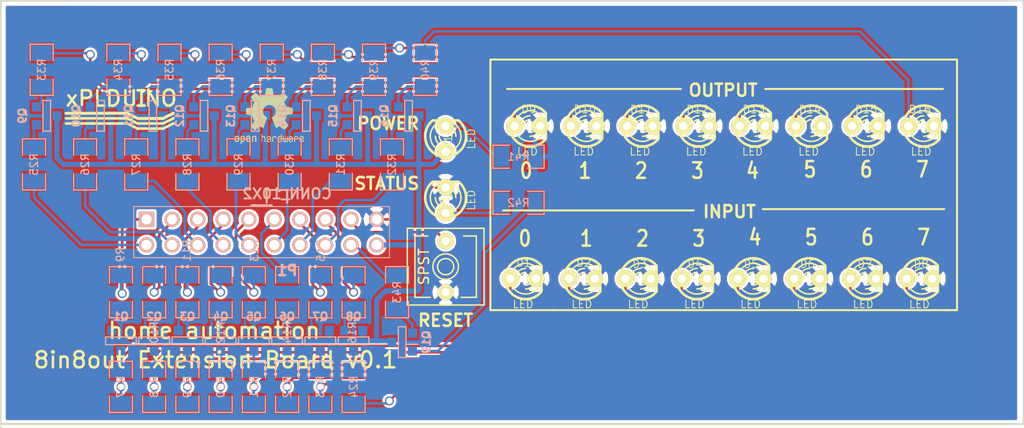
<source format=kicad_pcb>
(kicad_pcb (version 3) (host pcbnew "(2013-mar-13)-testing")
  (layers (15 F.Cu signal) (0 B.Cu signal) (18 B.Paste user hide) (19 F.Paste user) (20 B.SilkS user hide) (21 F.SilkS user hide) (22 B.Mask user) (23 F.Mask user) (28 Edge.Cuts user))
  (net 0 "")
  (net 1 +5V)
  (net 2 CMD0)
  (net 3 CMD1)
  (net 4 CMD2)
  (net 5 CMD3)
  (net 6 CMD4)
  (net 7 CMD5)
  (net 8 CMD6)
  (net 9 CMD7)
  (net 10 GND)
  (net 11 LED)
  (net 12 N-000001)
  (net 13 N-0000010)
  (net 14 N-0000011)
  (net 15 N-0000013)
  (net 16 N-0000014)
  (net 17 N-0000015)
  (net 18 N-0000016)
  (net 19 N-0000018)
  (net 20 N-0000019)
  (net 21 N-0000020)
  (net 22 N-0000021)
  (net 23 N-0000022)
  (net 24 N-0000024)
  (net 25 N-0000025)
  (net 26 N-0000026)
  (net 27 N-0000028)
  (net 28 N-0000029)
  (net 29 N-000003)
  (net 30 N-0000031)
  (net 31 N-0000032)
  (net 32 N-0000033)
  (net 33 N-0000034)
  (net 34 N-0000035)
  (net 35 N-0000036)
  (net 36 N-0000037)
  (net 37 N-0000038)
  (net 38 N-0000039)
  (net 39 N-000004)
  (net 40 N-0000041)
  (net 41 N-0000042)
  (net 42 N-0000044)
  (net 43 N-0000045)
  (net 44 N-0000047)
  (net 45 N-0000048)
  (net 46 N-0000054)
  (net 47 N-0000055)
  (net 48 N-0000056)
  (net 49 N-0000057)
  (net 50 N-0000058)
  (net 51 N-0000059)
  (net 52 N-0000060)
  (net 53 N-0000061)
  (net 54 N-0000063)
  (net 55 N-0000064)
  (net 56 N-0000066)
  (net 57 N-0000067)
  (net 58 N-0000068)
  (net 59 N-0000069)
  (net 60 N-000007)
  (net 61 N-0000070)
  (net 62 N-0000072)
  (net 63 N-0000073)
  (net 64 N-000009)
  (net 65 OUT0)
  (net 66 OUT1)
  (net 67 OUT2)
  (net 68 OUT3)
  (net 69 OUT4)
  (net 70 OUT5)
  (net 71 OUT6)
  (net 72 OUT7)
  (net 73 RESET)
  (module SM1206 (layer B.Cu) (at 98.298 102.87 270)
    (fp_text reference R9 (at -3.7465 0.0635 270) (layer B.SilkS) (effects (font (size 0.762 0.762) (thickness 0.127)) (justify mirror)))
    (fp_text value R hide)
    (pad 1 smd rect (at -1.651 0 270) (size 1.524 2.032) (layers B.Cu B.Paste B.Mask) (net 2 CMD0))
    (pad 2 smd rect (at 1.651 0 270) (size 1.524 2.032) (layers B.Cu B.Paste B.Mask) (net 59 N-0000069))
  )
  (module SM1206 (layer B.Cu) (at 104.902 102.87 270)
    (fp_text reference R11 (at -4.1275 0.0635 270) (layer B.SilkS) (effects (font (size 0.762 0.762) (thickness 0.127)) (justify mirror)))
    (fp_text value R hide)
    (pad 1 smd rect (at -1.651 0 270) (size 1.524 2.032) (layers B.Cu B.Paste B.Mask) (net 4 CMD2))
    (pad 2 smd rect (at 1.651 0 270) (size 1.524 2.032) (layers B.Cu B.Paste B.Mask) (net 53 N-0000061))
  )
  (module SM1206 (layer B.Cu) (at 111.506 102.87 270)
    (fp_text reference R13 (at -4.1275 -0.0635 270) (layer B.SilkS) (effects (font (size 0.762 0.762) (thickness 0.127)) (justify mirror)))
    (fp_text value R hide)
    (pad 1 smd rect (at -1.651 0 270) (size 1.524 2.032) (layers B.Cu B.Paste B.Mask) (net 6 CMD4))
    (pad 2 smd rect (at 1.651 0 270) (size 1.524 2.032) (layers B.Cu B.Paste B.Mask) (net 55 N-0000064))
  )
  (module SM1206 (layer B.Cu) (at 118.11 102.87 270)
    (fp_text reference R15 (at -4.1275 -0.0635 270) (layer B.SilkS) (effects (font (size 0.762 0.762) (thickness 0.127)) (justify mirror)))
    (fp_text value R hide)
    (pad 1 smd rect (at -1.651 0 270) (size 1.524 2.032) (layers B.Cu B.Paste B.Mask) (net 8 CMD6))
    (pad 2 smd rect (at 1.651 0 270) (size 1.524 2.032) (layers B.Cu B.Paste B.Mask) (net 25 N-0000025))
  )
  (module SM1206 (layer B.Cu) (at 121.412 102.87 270)
    (fp_text reference R16 (at 4.0005 0.127 270) (layer B.SilkS) (effects (font (size 0.762 0.762) (thickness 0.127)) (justify mirror)))
    (fp_text value R hide)
    (pad 1 smd rect (at -1.651 0 270) (size 1.524 2.032) (layers B.Cu B.Paste B.Mask) (net 9 CMD7))
    (pad 2 smd rect (at 1.651 0 270) (size 1.524 2.032) (layers B.Cu B.Paste B.Mask) (net 23 N-0000022))
  )
  (module SM1206 (layer B.Cu) (at 114.808 102.87 270)
    (fp_text reference R14 (at 4.0005 0 270) (layer B.SilkS) (effects (font (size 0.762 0.762) (thickness 0.127)) (justify mirror)))
    (fp_text value R hide)
    (pad 1 smd rect (at -1.651 0 270) (size 1.524 2.032) (layers B.Cu B.Paste B.Mask) (net 7 CMD5))
    (pad 2 smd rect (at 1.651 0 270) (size 1.524 2.032) (layers B.Cu B.Paste B.Mask) (net 19 N-0000018))
  )
  (module SM1206 (layer B.Cu) (at 108.204 102.87 270)
    (fp_text reference R12 (at 4.0005 0 270) (layer B.SilkS) (effects (font (size 0.762 0.762) (thickness 0.127)) (justify mirror)))
    (fp_text value R hide)
    (pad 1 smd rect (at -1.651 0 270) (size 1.524 2.032) (layers B.Cu B.Paste B.Mask) (net 5 CMD3))
    (pad 2 smd rect (at 1.651 0 270) (size 1.524 2.032) (layers B.Cu B.Paste B.Mask) (net 52 N-0000060))
  )
  (module SM1206 (layer B.Cu) (at 101.6 102.87 270)
    (fp_text reference R10 (at 4.0005 0 270) (layer B.SilkS) (effects (font (size 0.762 0.762) (thickness 0.127)) (justify mirror)))
    (fp_text value R hide)
    (pad 1 smd rect (at -1.651 0 270) (size 1.524 2.032) (layers B.Cu B.Paste B.Mask) (net 3 CMD1))
    (pad 2 smd rect (at 1.651 0 270) (size 1.524 2.032) (layers B.Cu B.Paste B.Mask) (net 61 N-0000070))
  )
  (module SM1206 (layer B.Cu) (at 98.298 112.268 90)
    (fp_text reference R17 (at 0 0 90) (layer B.SilkS) (effects (font (size 0.762 0.762) (thickness 0.127)) (justify mirror)))
    (fp_text value R hide)
    (pad 1 smd rect (at -1.651 0 90) (size 1.524 2.032) (layers B.Cu B.Paste B.Mask) (net 49 N-0000057))
    (pad 2 smd rect (at 1.651 0 90) (size 1.524 2.032) (layers B.Cu B.Paste B.Mask) (net 48 N-0000056))
  )
  (module SM1206 (layer B.Cu) (at 101.6 112.268 90)
    (fp_text reference R18 (at 0 0 90) (layer B.SilkS) (effects (font (size 0.762 0.762) (thickness 0.127)) (justify mirror)))
    (fp_text value R hide)
    (pad 1 smd rect (at -1.651 0 90) (size 1.524 2.032) (layers B.Cu B.Paste B.Mask) (net 63 N-0000073))
    (pad 2 smd rect (at 1.651 0 90) (size 1.524 2.032) (layers B.Cu B.Paste B.Mask) (net 62 N-0000072))
  )
  (module pin_array_10x2 (layer B.Cu) (at 114.808 96.901)
    (fp_text reference P1 (at 0 3.81) (layer B.SilkS) (effects (font (size 1.016 1.016) (thickness 0.27432)) (justify mirror)))
    (fp_text value CONN_10X2 (at 0 -3.81) (layer B.SilkS) (effects (font (size 1.016 1.016) (thickness 0.2032)) (justify mirror)))
    (pad 1 thru_hole rect (at -13.97 -1.27) (size 1.524 1.524) (drill 1.016) (layers *.Cu *.Mask B.SilkS) (net 2 CMD0))
    (pad 2 thru_hole circle (at -13.97 1.27) (size 1.524 1.524) (drill 1.016) (layers *.Cu *.Mask B.SilkS) (net 65 OUT0))
    (pad 3 thru_hole circle (at -11.43 -1.27) (size 1.524 1.524) (drill 1.016) (layers *.Cu *.Mask B.SilkS) (net 3 CMD1))
    (pad 4 thru_hole circle (at -11.43 1.27) (size 1.524 1.524) (drill 1.016) (layers *.Cu *.Mask B.SilkS) (net 66 OUT1))
    (pad 5 thru_hole circle (at -8.89 -1.27) (size 1.524 1.524) (drill 1.016) (layers *.Cu *.Mask B.SilkS) (net 4 CMD2))
    (pad 6 thru_hole circle (at -8.89 1.27) (size 1.524 1.524) (drill 1.016) (layers *.Cu *.Mask B.SilkS) (net 67 OUT2))
    (pad 7 thru_hole circle (at -6.35 -1.27) (size 1.524 1.524) (drill 1.016) (layers *.Cu *.Mask B.SilkS) (net 5 CMD3))
    (pad 8 thru_hole circle (at -6.35 1.27) (size 1.524 1.524) (drill 1.016) (layers *.Cu *.Mask B.SilkS) (net 68 OUT3))
    (pad 9 thru_hole circle (at -3.81 -1.27) (size 1.524 1.524) (drill 1.016) (layers *.Cu *.Mask B.SilkS) (net 6 CMD4))
    (pad 10 thru_hole circle (at -3.81 1.27) (size 1.524 1.524) (drill 1.016) (layers *.Cu *.Mask B.SilkS) (net 69 OUT4))
    (pad 11 thru_hole circle (at -1.27 -1.27) (size 1.524 1.524) (drill 1.016) (layers *.Cu *.Mask B.SilkS) (net 7 CMD5))
    (pad 12 thru_hole circle (at -1.27 1.27) (size 1.524 1.524) (drill 1.016) (layers *.Cu *.Mask B.SilkS) (net 70 OUT5))
    (pad 13 thru_hole circle (at 1.27 -1.27) (size 1.524 1.524) (drill 1.016) (layers *.Cu *.Mask B.SilkS) (net 8 CMD6))
    (pad 14 thru_hole circle (at 1.27 1.27) (size 1.524 1.524) (drill 1.016) (layers *.Cu *.Mask B.SilkS) (net 71 OUT6))
    (pad 15 thru_hole circle (at 3.81 -1.27) (size 1.524 1.524) (drill 1.016) (layers *.Cu *.Mask B.SilkS) (net 9 CMD7))
    (pad 16 thru_hole circle (at 3.81 1.27) (size 1.524 1.524) (drill 1.016) (layers *.Cu *.Mask B.SilkS) (net 72 OUT7))
    (pad 17 thru_hole circle (at 6.35 -1.27) (size 1.524 1.524) (drill 1.016) (layers *.Cu *.Mask B.SilkS) (net 73 RESET))
    (pad 18 thru_hole circle (at 6.35 1.27) (size 1.524 1.524) (drill 1.016) (layers *.Cu *.Mask B.SilkS) (net 11 LED))
    (pad 19 thru_hole circle (at 8.89 -1.27) (size 1.524 1.524) (drill 1.016) (layers *.Cu *.Mask B.SilkS) (net 10 GND))
    (pad 20 thru_hole circle (at 8.89 1.27) (size 1.524 1.524) (drill 1.016) (layers *.Cu *.Mask B.SilkS) (net 1 +5V))
  )
  (module LED-3MM (layer F.Cu) (at 172.0342 101.5238)
    (fp_text reference D7 (at 0.1778 -1.4478) (layer F.SilkS) (effects (font (size 0.762 0.762) (thickness 0.0889))))
    (fp_text value LED (at 0 2.54) (layer F.SilkS) (effects (font (size 0.762 0.762) (thickness 0.0889))))
    (pad 1 thru_hole circle (at -1.27 0) (size 1.6764 1.6764) (drill 0.8128) (layers *.Cu *.Mask F.SilkS) (net 18 N-0000016))
    (pad 2 thru_hole circle (at 1.27 0) (size 1.6764 1.6764) (drill 0.8128) (layers *.Cu *.Mask F.SilkS) (net 10 GND))
  )
  (module LED-3MM (layer F.Cu) (at 138.2522 101.5238)
    (fp_text reference D1 (at 0.0508 -1.5748) (layer F.SilkS) (effects (font (size 0.762 0.762) (thickness 0.0889))))
    (fp_text value LED (at 0 2.54) (layer F.SilkS) (effects (font (size 0.762 0.762) (thickness 0.0889))))
    (pad 1 thru_hole circle (at -1.27 0) (size 1.6764 1.6764) (drill 0.8128) (layers *.Cu *.Mask F.SilkS) (net 49 N-0000057))
    (pad 2 thru_hole circle (at 1.27 0) (size 1.6764 1.6764) (drill 0.8128) (layers *.Cu *.Mask F.SilkS) (net 10 GND))
  )
  (module LED-3MM (layer F.Cu) (at 144.0942 101.5238)
    (fp_text reference D2 (at 0.1778 -1.5748) (layer F.SilkS) (effects (font (size 0.762 0.762) (thickness 0.0889))))
    (fp_text value LED (at 0 2.54) (layer F.SilkS) (effects (font (size 0.762 0.762) (thickness 0.0889))))
    (pad 1 thru_hole circle (at -1.27 0) (size 1.6764 1.6764) (drill 0.8128) (layers *.Cu *.Mask F.SilkS) (net 63 N-0000073))
    (pad 2 thru_hole circle (at 1.27 0) (size 1.6764 1.6764) (drill 0.8128) (layers *.Cu *.Mask F.SilkS) (net 10 GND))
  )
  (module LED-3MM (layer F.Cu) (at 130.556 93.726 90)
    (fp_text reference D18 (at 0.127 0 270) (layer F.SilkS) (effects (font (size 0.762 0.762) (thickness 0.0889))))
    (fp_text value LED (at 0 2.54 90) (layer F.SilkS) (effects (font (size 0.762 0.762) (thickness 0.0889))))
    (pad 1 thru_hole circle (at -1.27 0 90) (size 1.6764 1.6764) (drill 0.8128) (layers *.Cu *.Mask F.SilkS) (net 46 N-0000054))
    (pad 2 thru_hole circle (at 1.27 0 90) (size 1.6764 1.6764) (drill 0.8128) (layers *.Cu *.Mask F.SilkS) (net 10 GND))
  )
  (module LED-3MM (layer F.Cu) (at 149.6822 101.5238)
    (fp_text reference D3 (at 0.1778 -1.4478) (layer F.SilkS) (effects (font (size 0.762 0.762) (thickness 0.0889))))
    (fp_text value LED (at 0 2.54) (layer F.SilkS) (effects (font (size 0.762 0.762) (thickness 0.0889))))
    (pad 1 thru_hole circle (at -1.27 0) (size 1.6764 1.6764) (drill 0.8128) (layers *.Cu *.Mask F.SilkS) (net 57 N-0000067))
    (pad 2 thru_hole circle (at 1.27 0) (size 1.6764 1.6764) (drill 0.8128) (layers *.Cu *.Mask F.SilkS) (net 10 GND))
  )
  (module LED-3MM (layer F.Cu) (at 130.556 87.63 90)
    (fp_text reference D17 (at 0 0.254 90) (layer F.SilkS) (effects (font (size 0.762 0.762) (thickness 0.0889))))
    (fp_text value LED (at 0 2.54 90) (layer F.SilkS) (effects (font (size 0.762 0.762) (thickness 0.0889))))
    (pad 1 thru_hole circle (at -1.27 0 90) (size 1.6764 1.6764) (drill 0.8128) (layers *.Cu *.Mask F.SilkS) (net 1 +5V))
    (pad 2 thru_hole circle (at 1.27 0 90) (size 1.6764 1.6764) (drill 0.8128) (layers *.Cu *.Mask F.SilkS) (net 47 N-0000055))
  )
  (module LED-3MM (layer F.Cu) (at 155.2702 101.5238)
    (fp_text reference D4 (at 0.0508 -1.4478) (layer F.SilkS) (effects (font (size 0.762 0.762) (thickness 0.0889))))
    (fp_text value LED (at 0 2.54) (layer F.SilkS) (effects (font (size 0.762 0.762) (thickness 0.0889))))
    (pad 1 thru_hole circle (at -1.27 0) (size 1.6764 1.6764) (drill 0.8128) (layers *.Cu *.Mask F.SilkS) (net 51 N-0000059))
    (pad 2 thru_hole circle (at 1.27 0) (size 1.6764 1.6764) (drill 0.8128) (layers *.Cu *.Mask F.SilkS) (net 10 GND))
  )
  (module LED-3MM (layer F.Cu) (at 160.8582 101.5238)
    (fp_text reference D5 (at 0.0508 -1.4478) (layer F.SilkS) (effects (font (size 0.762 0.762) (thickness 0.0889))))
    (fp_text value LED (at 0 2.54) (layer F.SilkS) (effects (font (size 0.762 0.762) (thickness 0.0889))))
    (pad 1 thru_hole circle (at -1.27 0) (size 1.6764 1.6764) (drill 0.8128) (layers *.Cu *.Mask F.SilkS) (net 58 N-0000068))
    (pad 2 thru_hole circle (at 1.27 0) (size 1.6764 1.6764) (drill 0.8128) (layers *.Cu *.Mask F.SilkS) (net 10 GND))
  )
  (module LED-3MM (layer F.Cu) (at 166.4462 101.5238)
    (fp_text reference D6 (at 0.0508 -1.4478) (layer F.SilkS) (effects (font (size 0.762 0.762) (thickness 0.0889))))
    (fp_text value LED (at 0 2.54) (layer F.SilkS) (effects (font (size 0.762 0.762) (thickness 0.0889))))
    (pad 1 thru_hole circle (at -1.27 0) (size 1.6764 1.6764) (drill 0.8128) (layers *.Cu *.Mask F.SilkS) (net 21 N-0000020))
    (pad 2 thru_hole circle (at 1.27 0) (size 1.6764 1.6764) (drill 0.8128) (layers *.Cu *.Mask F.SilkS) (net 10 GND))
  )
  (module LED-3MM (layer F.Cu) (at 155.448 86.36)
    (fp_text reference D12 (at 0.127 -1.651) (layer F.SilkS) (effects (font (size 0.762 0.762) (thickness 0.0889))))
    (fp_text value LED (at 0 2.54) (layer F.SilkS) (effects (font (size 0.762 0.762) (thickness 0.0889))))
    (pad 1 thru_hole circle (at -1.27 0) (size 1.6764 1.6764) (drill 0.8128) (layers *.Cu *.Mask F.SilkS) (net 43 N-0000045))
    (pad 2 thru_hole circle (at 1.27 0) (size 1.6764 1.6764) (drill 0.8128) (layers *.Cu *.Mask F.SilkS) (net 10 GND))
  )
  (module LED-3MM (layer F.Cu) (at 177.6222 101.5238)
    (fp_text reference D8 (at 0.1778 -1.4478) (layer F.SilkS) (effects (font (size 0.762 0.762) (thickness 0.0889))))
    (fp_text value LED (at 0 2.54) (layer F.SilkS) (effects (font (size 0.762 0.762) (thickness 0.0889))))
    (pad 1 thru_hole circle (at -1.27 0) (size 1.6764 1.6764) (drill 0.8128) (layers *.Cu *.Mask F.SilkS) (net 22 N-0000021))
    (pad 2 thru_hole circle (at 1.27 0) (size 1.6764 1.6764) (drill 0.8128) (layers *.Cu *.Mask F.SilkS) (net 10 GND))
  )
  (module LED-3MM (layer F.Cu) (at 138.684 86.36)
    (fp_text reference D9 (at 0.127 -1.651) (layer F.SilkS) (effects (font (size 0.762 0.762) (thickness 0.0889))))
    (fp_text value LED (at 0 2.54) (layer F.SilkS) (effects (font (size 0.762 0.762) (thickness 0.0889))))
    (pad 1 thru_hole circle (at -1.27 0) (size 1.6764 1.6764) (drill 0.8128) (layers *.Cu *.Mask F.SilkS) (net 64 N-000009))
    (pad 2 thru_hole circle (at 1.27 0) (size 1.6764 1.6764) (drill 0.8128) (layers *.Cu *.Mask F.SilkS) (net 10 GND))
  )
  (module LED-3MM (layer F.Cu) (at 144.272 86.36)
    (fp_text reference D10 (at 0.127 -1.651) (layer F.SilkS) (effects (font (size 0.762 0.762) (thickness 0.0889))))
    (fp_text value LED (at 0 2.54) (layer F.SilkS) (effects (font (size 0.762 0.762) (thickness 0.0889))))
    (pad 1 thru_hole circle (at -1.27 0) (size 1.6764 1.6764) (drill 0.8128) (layers *.Cu *.Mask F.SilkS) (net 39 N-000004))
    (pad 2 thru_hole circle (at 1.27 0) (size 1.6764 1.6764) (drill 0.8128) (layers *.Cu *.Mask F.SilkS) (net 10 GND))
  )
  (module LED-3MM (layer F.Cu) (at 149.86 86.36)
    (fp_text reference D11 (at 0.127 -1.651) (layer F.SilkS) (effects (font (size 0.762 0.762) (thickness 0.0889))))
    (fp_text value LED (at 0 2.54) (layer F.SilkS) (effects (font (size 0.762 0.762) (thickness 0.0889))))
    (pad 1 thru_hole circle (at -1.27 0) (size 1.6764 1.6764) (drill 0.8128) (layers *.Cu *.Mask F.SilkS) (net 13 N-0000010))
    (pad 2 thru_hole circle (at 1.27 0) (size 1.6764 1.6764) (drill 0.8128) (layers *.Cu *.Mask F.SilkS) (net 10 GND))
  )
  (module LED-3MM (layer F.Cu) (at 177.8 86.36)
    (fp_text reference D16 (at -0.127 -1.651) (layer F.SilkS) (effects (font (size 0.762 0.762) (thickness 0.0889))))
    (fp_text value LED (at 0 2.54) (layer F.SilkS) (effects (font (size 0.762 0.762) (thickness 0.0889))))
    (pad 1 thru_hole circle (at -1.27 0) (size 1.6764 1.6764) (drill 0.8128) (layers *.Cu *.Mask F.SilkS) (net 26 N-0000026))
    (pad 2 thru_hole circle (at 1.27 0) (size 1.6764 1.6764) (drill 0.8128) (layers *.Cu *.Mask F.SilkS) (net 10 GND))
  )
  (module LED-3MM (layer F.Cu) (at 172.212 86.36)
    (fp_text reference D15 (at 0.127 -1.651) (layer F.SilkS) (effects (font (size 0.762 0.762) (thickness 0.0889))))
    (fp_text value LED (at 0 2.54) (layer F.SilkS) (effects (font (size 0.762 0.762) (thickness 0.0889))))
    (pad 1 thru_hole circle (at -1.27 0) (size 1.6764 1.6764) (drill 0.8128) (layers *.Cu *.Mask F.SilkS) (net 30 N-0000031))
    (pad 2 thru_hole circle (at 1.27 0) (size 1.6764 1.6764) (drill 0.8128) (layers *.Cu *.Mask F.SilkS) (net 10 GND))
  )
  (module LED-3MM (layer F.Cu) (at 166.624 86.36)
    (fp_text reference D14 (at 0.127 -1.651) (layer F.SilkS) (effects (font (size 0.762 0.762) (thickness 0.0889))))
    (fp_text value LED (at 0 2.54) (layer F.SilkS) (effects (font (size 0.762 0.762) (thickness 0.0889))))
    (pad 1 thru_hole circle (at -1.27 0) (size 1.6764 1.6764) (drill 0.8128) (layers *.Cu *.Mask F.SilkS) (net 44 N-0000047))
    (pad 2 thru_hole circle (at 1.27 0) (size 1.6764 1.6764) (drill 0.8128) (layers *.Cu *.Mask F.SilkS) (net 33 N-0000034))
  )
  (module LED-3MM (layer F.Cu) (at 161.036 86.36)
    (fp_text reference D13 (at 0.127 -1.651) (layer F.SilkS) (effects (font (size 0.762 0.762) (thickness 0.0889))))
    (fp_text value LED (at 0 2.54) (layer F.SilkS) (effects (font (size 0.762 0.762) (thickness 0.0889))))
    (pad 1 thru_hole circle (at -1.27 0) (size 1.6764 1.6764) (drill 0.8128) (layers *.Cu *.Mask F.SilkS) (net 38 N-0000039))
    (pad 2 thru_hole circle (at 1.27 0) (size 1.6764 1.6764) (drill 0.8128) (layers *.Cu *.Mask F.SilkS) (net 10 GND))
  )
  (module SM1206 (layer B.Cu) (at 104.902 112.268 90)
    (fp_text reference R19 (at 0 0 90) (layer B.SilkS) (effects (font (size 0.762 0.762) (thickness 0.127)) (justify mirror)))
    (fp_text value R hide)
    (pad 1 smd rect (at -1.651 0 90) (size 1.524 2.032) (layers B.Cu B.Paste B.Mask) (net 57 N-0000067))
    (pad 2 smd rect (at 1.651 0 90) (size 1.524 2.032) (layers B.Cu B.Paste B.Mask) (net 54 N-0000063))
  )
  (module SM1206 (layer B.Cu) (at 108.204 112.268 90)
    (fp_text reference R20 (at 0 0 90) (layer B.SilkS) (effects (font (size 0.762 0.762) (thickness 0.127)) (justify mirror)))
    (fp_text value R hide)
    (pad 1 smd rect (at -1.651 0 90) (size 1.524 2.032) (layers B.Cu B.Paste B.Mask) (net 51 N-0000059))
    (pad 2 smd rect (at 1.651 0 90) (size 1.524 2.032) (layers B.Cu B.Paste B.Mask) (net 50 N-0000058))
  )
  (module SM1206 (layer B.Cu) (at 111.506 112.268 90)
    (fp_text reference R21 (at 0 0 90) (layer B.SilkS) (effects (font (size 0.762 0.762) (thickness 0.127)) (justify mirror)))
    (fp_text value R hide)
    (pad 1 smd rect (at -1.651 0 90) (size 1.524 2.032) (layers B.Cu B.Paste B.Mask) (net 58 N-0000068))
    (pad 2 smd rect (at 1.651 0 90) (size 1.524 2.032) (layers B.Cu B.Paste B.Mask) (net 56 N-0000066))
  )
  (module SM1206 (layer B.Cu) (at 114.808 112.268 90)
    (fp_text reference R22 (at 0 0 90) (layer B.SilkS) (effects (font (size 0.762 0.762) (thickness 0.127)) (justify mirror)))
    (fp_text value R hide)
    (pad 1 smd rect (at -1.651 0 90) (size 1.524 2.032) (layers B.Cu B.Paste B.Mask) (net 21 N-0000020))
    (pad 2 smd rect (at 1.651 0 90) (size 1.524 2.032) (layers B.Cu B.Paste B.Mask) (net 20 N-0000019))
  )
  (module SM1206 (layer B.Cu) (at 118.11 112.268 90)
    (fp_text reference R23 (at 0 0 90) (layer B.SilkS) (effects (font (size 0.762 0.762) (thickness 0.127)) (justify mirror)))
    (fp_text value R hide)
    (pad 1 smd rect (at -1.651 0 90) (size 1.524 2.032) (layers B.Cu B.Paste B.Mask) (net 18 N-0000016))
    (pad 2 smd rect (at 1.651 0 90) (size 1.524 2.032) (layers B.Cu B.Paste B.Mask) (net 17 N-0000015))
  )
  (module SM1206 (layer B.Cu) (at 121.412 112.268 90)
    (fp_text reference R24 (at 0 0 90) (layer B.SilkS) (effects (font (size 0.762 0.762) (thickness 0.127)) (justify mirror)))
    (fp_text value R hide)
    (pad 1 smd rect (at -1.651 0 90) (size 1.524 2.032) (layers B.Cu B.Paste B.Mask) (net 22 N-0000021))
    (pad 2 smd rect (at 1.651 0 90) (size 1.524 2.032) (layers B.Cu B.Paste B.Mask) (net 24 N-0000024))
  )
  (module SM1206 (layer B.Cu) (at 89.662 90.17 90)
    (fp_text reference R25 (at 0 0 90) (layer B.SilkS) (effects (font (size 0.762 0.762) (thickness 0.127)) (justify mirror)))
    (fp_text value R hide)
    (pad 1 smd rect (at -1.651 0 90) (size 1.524 2.032) (layers B.Cu B.Paste B.Mask) (net 65 OUT0))
    (pad 2 smd rect (at 1.651 0 90) (size 1.524 2.032) (layers B.Cu B.Paste B.Mask) (net 12 N-000001))
  )
  (module SM1206 (layer B.Cu) (at 94.742 90.17 90)
    (fp_text reference R26 (at 0 0 90) (layer B.SilkS) (effects (font (size 0.762 0.762) (thickness 0.127)) (justify mirror)))
    (fp_text value R hide)
    (pad 1 smd rect (at -1.651 0 90) (size 1.524 2.032) (layers B.Cu B.Paste B.Mask) (net 66 OUT1))
    (pad 2 smd rect (at 1.651 0 90) (size 1.524 2.032) (layers B.Cu B.Paste B.Mask) (net 16 N-0000014))
  )
  (module SM1206 (layer B.Cu) (at 99.822 90.17 90)
    (fp_text reference R27 (at 0 0 90) (layer B.SilkS) (effects (font (size 0.762 0.762) (thickness 0.127)) (justify mirror)))
    (fp_text value R hide)
    (pad 1 smd rect (at -1.651 0 90) (size 1.524 2.032) (layers B.Cu B.Paste B.Mask) (net 67 OUT2))
    (pad 2 smd rect (at 1.651 0 90) (size 1.524 2.032) (layers B.Cu B.Paste B.Mask) (net 14 N-0000011))
  )
  (module SM1206 (layer B.Cu) (at 104.902 90.17 90)
    (fp_text reference R28 (at 0 0 90) (layer B.SilkS) (effects (font (size 0.762 0.762) (thickness 0.127)) (justify mirror)))
    (fp_text value R hide)
    (pad 1 smd rect (at -1.651 0 90) (size 1.524 2.032) (layers B.Cu B.Paste B.Mask) (net 68 OUT3))
    (pad 2 smd rect (at 1.651 0 90) (size 1.524 2.032) (layers B.Cu B.Paste B.Mask) (net 40 N-0000041))
  )
  (module SM1206 (layer B.Cu) (at 109.982 90.17 90)
    (fp_text reference R29 (at 0 0 90) (layer B.SilkS) (effects (font (size 0.762 0.762) (thickness 0.127)) (justify mirror)))
    (fp_text value R hide)
    (pad 1 smd rect (at -1.651 0 90) (size 1.524 2.032) (layers B.Cu B.Paste B.Mask) (net 69 OUT4))
    (pad 2 smd rect (at 1.651 0 90) (size 1.524 2.032) (layers B.Cu B.Paste B.Mask) (net 45 N-0000048))
  )
  (module SM1206 (layer B.Cu) (at 115.062 90.17 90)
    (fp_text reference R30 (at 0 0 90) (layer B.SilkS) (effects (font (size 0.762 0.762) (thickness 0.127)) (justify mirror)))
    (fp_text value R hide)
    (pad 1 smd rect (at -1.651 0 90) (size 1.524 2.032) (layers B.Cu B.Paste B.Mask) (net 70 OUT5))
    (pad 2 smd rect (at 1.651 0 90) (size 1.524 2.032) (layers B.Cu B.Paste B.Mask) (net 31 N-0000032))
  )
  (module SM1206 (layer B.Cu) (at 120.142 90.17 90)
    (fp_text reference R31 (at 0 0 90) (layer B.SilkS) (effects (font (size 0.762 0.762) (thickness 0.127)) (justify mirror)))
    (fp_text value R hide)
    (pad 1 smd rect (at -1.651 0 90) (size 1.524 2.032) (layers B.Cu B.Paste B.Mask) (net 71 OUT6))
    (pad 2 smd rect (at 1.651 0 90) (size 1.524 2.032) (layers B.Cu B.Paste B.Mask) (net 27 N-0000028))
  )
  (module SM1206 (layer B.Cu) (at 125.222 90.17 90)
    (fp_text reference R32 (at 0 0 90) (layer B.SilkS) (effects (font (size 0.762 0.762) (thickness 0.127)) (justify mirror)))
    (fp_text value R hide)
    (pad 1 smd rect (at -1.651 0 90) (size 1.524 2.032) (layers B.Cu B.Paste B.Mask) (net 72 OUT7))
    (pad 2 smd rect (at 1.651 0 90) (size 1.524 2.032) (layers B.Cu B.Paste B.Mask) (net 37 N-0000038))
  )
  (module SM1206 (layer B.Cu) (at 90.424 80.772 270)
    (fp_text reference R33 (at 0 0 270) (layer B.SilkS) (effects (font (size 0.762 0.762) (thickness 0.127)) (justify mirror)))
    (fp_text value R hide)
    (pad 1 smd rect (at -1.651 0 270) (size 1.524 2.032) (layers B.Cu B.Paste B.Mask) (net 64 N-000009))
    (pad 2 smd rect (at 1.651 0 270) (size 1.524 2.032) (layers B.Cu B.Paste B.Mask) (net 60 N-000007))
  )
  (module SM1206 (layer B.Cu) (at 98.044 80.772 270)
    (fp_text reference R34 (at 0 0 270) (layer B.SilkS) (effects (font (size 0.762 0.762) (thickness 0.127)) (justify mirror)))
    (fp_text value R hide)
    (pad 1 smd rect (at -1.651 0 270) (size 1.524 2.032) (layers B.Cu B.Paste B.Mask) (net 39 N-000004))
    (pad 2 smd rect (at 1.651 0 270) (size 1.524 2.032) (layers B.Cu B.Paste B.Mask) (net 29 N-000003))
  )
  (module SM1206 (layer B.Cu) (at 103.124 80.772 270)
    (fp_text reference R35 (at 0 0 270) (layer B.SilkS) (effects (font (size 0.762 0.762) (thickness 0.127)) (justify mirror)))
    (fp_text value R hide)
    (pad 1 smd rect (at -1.651 0 270) (size 1.524 2.032) (layers B.Cu B.Paste B.Mask) (net 13 N-0000010))
    (pad 2 smd rect (at 1.651 0 270) (size 1.524 2.032) (layers B.Cu B.Paste B.Mask) (net 15 N-0000013))
  )
  (module SM1206 (layer B.Cu) (at 108.204 80.772 270)
    (fp_text reference R36 (at 0 0 270) (layer B.SilkS) (effects (font (size 0.762 0.762) (thickness 0.127)) (justify mirror)))
    (fp_text value R hide)
    (pad 1 smd rect (at -1.651 0 270) (size 1.524 2.032) (layers B.Cu B.Paste B.Mask) (net 43 N-0000045))
    (pad 2 smd rect (at 1.651 0 270) (size 1.524 2.032) (layers B.Cu B.Paste B.Mask) (net 41 N-0000042))
  )
  (module SM1206 (layer B.Cu) (at 113.284 80.772 270)
    (fp_text reference R37 (at 0 0 270) (layer B.SilkS) (effects (font (size 0.762 0.762) (thickness 0.127)) (justify mirror)))
    (fp_text value R hide)
    (pad 1 smd rect (at -1.651 0 270) (size 1.524 2.032) (layers B.Cu B.Paste B.Mask) (net 38 N-0000039))
    (pad 2 smd rect (at 1.651 0 270) (size 1.524 2.032) (layers B.Cu B.Paste B.Mask) (net 42 N-0000044))
  )
  (module SM1206 (layer B.Cu) (at 118.364 80.772 270)
    (fp_text reference R38 (at 0 0 270) (layer B.SilkS) (effects (font (size 0.762 0.762) (thickness 0.127)) (justify mirror)))
    (fp_text value R hide)
    (pad 1 smd rect (at -1.651 0 270) (size 1.524 2.032) (layers B.Cu B.Paste B.Mask) (net 44 N-0000047))
    (pad 2 smd rect (at 1.651 0 270) (size 1.524 2.032) (layers B.Cu B.Paste B.Mask) (net 32 N-0000033))
  )
  (module SM1206 (layer B.Cu) (at 123.444 80.772 270)
    (fp_text reference R39 (at 0 0 270) (layer B.SilkS) (effects (font (size 0.762 0.762) (thickness 0.127)) (justify mirror)))
    (fp_text value R hide)
    (pad 1 smd rect (at -1.651 0 270) (size 1.524 2.032) (layers B.Cu B.Paste B.Mask) (net 30 N-0000031))
    (pad 2 smd rect (at 1.651 0 270) (size 1.524 2.032) (layers B.Cu B.Paste B.Mask) (net 28 N-0000029))
  )
  (module SM1206 (layer B.Cu) (at 128.524 80.772 270)
    (fp_text reference R40 (at 0 0 270) (layer B.SilkS) (effects (font (size 0.762 0.762) (thickness 0.127)) (justify mirror)))
    (fp_text value R hide)
    (pad 1 smd rect (at -1.651 0 270) (size 1.524 2.032) (layers B.Cu B.Paste B.Mask) (net 26 N-0000026))
    (pad 2 smd rect (at 1.651 0 270) (size 1.524 2.032) (layers B.Cu B.Paste B.Mask) (net 34 N-0000035))
  )
  (module SM1206 (layer B.Cu) (at 137.795 89.408 180)
    (fp_text reference R41 (at 0 0 180) (layer B.SilkS) (effects (font (size 0.762 0.762) (thickness 0.127)) (justify mirror)))
    (fp_text value R hide)
    (pad 1 smd rect (at -1.651 0 180) (size 1.524 2.032) (layers B.Cu B.Paste B.Mask) (net 10 GND))
    (pad 2 smd rect (at 1.651 0 180) (size 1.524 2.032) (layers B.Cu B.Paste B.Mask) (net 47 N-0000055))
  )
  (module SM1206 (layer B.Cu) (at 137.795 93.98)
    (fp_text reference R42 (at 0 0) (layer B.SilkS) (effects (font (size 0.762 0.762) (thickness 0.127)) (justify mirror)))
    (fp_text value R hide)
    (pad 1 smd rect (at -1.651 0) (size 1.524 2.032) (layers B.Cu B.Paste B.Mask) (net 46 N-0000054))
    (pad 2 smd rect (at 1.651 0) (size 1.524 2.032) (layers B.Cu B.Paste B.Mask) (net 35 N-0000036))
  )
  (module PB (layer F.Cu) (at 130.556 100.33 270)
    (fp_text reference SW_RESET1 hide)
    (fp_text value SPST (at 0 2.159 270) (layer F.SilkS))
    (pad 1 thru_hole circle (at -2.54 0 270) (size 1.59766 1.59766) (drill 0.8) (layers *.Cu *.Mask F.SilkS) (net 73 RESET))
    (pad 2 thru_hole circle (at 2.54 0 270) (size 1.59766 1.59766) (drill 0.8) (layers *.Cu *.Mask F.SilkS) (net 10 GND))
  )
  (module logo_xplduino (layer F.Cu) (at 98.171 85.344)
    (fp_text reference logo_xplduino hide)
    (fp_text value VAL** hide)
  )
  (module OSHWLOGO0.3IN (layer F.Cu) (at 109.22 81.661)
    (fp_text reference G*** hide)
    (fp_text value LOGO hide)
  )
  (module SM1206 (layer B.Cu) (at 125.73 102.87 270)
    (fp_text reference R43 (at 0 0 270) (layer B.SilkS) (effects (font (size 0.762 0.762) (thickness 0.127)) (justify mirror)))
    (fp_text value R hide)
    (pad 1 smd rect (at -1.651 0 270) (size 1.524 2.032) (layers B.Cu B.Paste B.Mask) (net 11 LED))
    (pad 2 smd rect (at 1.651 0 270) (size 1.524 2.032) (layers B.Cu B.Paste B.Mask) (net 36 N-0000037))
  )
  (module SOT23EBC (layer B.Cu) (at 98.298 107.696 180)
    (fp_text reference Q1 (at 0 2.413 180) (layer B.SilkS) (effects (font (size 0.762 0.762) (thickness 0.2032)) (justify mirror)))
    (fp_text value PNP hide)
    (pad 1 smd rect (at -0.889 1.016 180) (size 0.9144 0.9144) (layers B.Cu B.Paste B.Mask) (net 1 +5V))
    (pad 2 smd rect (at 0.889 1.016 180) (size 0.9144 0.9144) (layers B.Cu B.Paste B.Mask) (net 59 N-0000069))
    (pad 3 smd rect (at 0 -1.016 180) (size 0.9144 0.9144) (layers B.Cu B.Paste B.Mask) (net 48 N-0000056))
  )
  (module SOT23EBC (layer B.Cu) (at 101.6 107.696 180)
    (fp_text reference Q2 (at 0 2.413 180) (layer B.SilkS) (effects (font (size 0.762 0.762) (thickness 0.2032)) (justify mirror)))
    (fp_text value PNP hide)
    (pad 1 smd rect (at -0.889 1.016 180) (size 0.9144 0.9144) (layers B.Cu B.Paste B.Mask) (net 1 +5V))
    (pad 2 smd rect (at 0.889 1.016 180) (size 0.9144 0.9144) (layers B.Cu B.Paste B.Mask) (net 61 N-0000070))
    (pad 3 smd rect (at 0 -1.016 180) (size 0.9144 0.9144) (layers B.Cu B.Paste B.Mask) (net 62 N-0000072))
  )
  (module SOT23EBC (layer B.Cu) (at 104.902 107.696 180)
    (fp_text reference Q3 (at 0 2.413 180) (layer B.SilkS) (effects (font (size 0.762 0.762) (thickness 0.2032)) (justify mirror)))
    (fp_text value PNP hide)
    (pad 1 smd rect (at -0.889 1.016 180) (size 0.9144 0.9144) (layers B.Cu B.Paste B.Mask) (net 1 +5V))
    (pad 2 smd rect (at 0.889 1.016 180) (size 0.9144 0.9144) (layers B.Cu B.Paste B.Mask) (net 53 N-0000061))
    (pad 3 smd rect (at 0 -1.016 180) (size 0.9144 0.9144) (layers B.Cu B.Paste B.Mask) (net 54 N-0000063))
  )
  (module SOT23EBC (layer B.Cu) (at 108.204 107.696 180)
    (fp_text reference Q4 (at 0 2.413 180) (layer B.SilkS) (effects (font (size 0.762 0.762) (thickness 0.2032)) (justify mirror)))
    (fp_text value PNP hide)
    (pad 1 smd rect (at -0.889 1.016 180) (size 0.9144 0.9144) (layers B.Cu B.Paste B.Mask) (net 1 +5V))
    (pad 2 smd rect (at 0.889 1.016 180) (size 0.9144 0.9144) (layers B.Cu B.Paste B.Mask) (net 52 N-0000060))
    (pad 3 smd rect (at 0 -1.016 180) (size 0.9144 0.9144) (layers B.Cu B.Paste B.Mask) (net 50 N-0000058))
  )
  (module SOT23EBC (layer B.Cu) (at 111.506 107.696 180)
    (fp_text reference Q5 (at 0 2.413 180) (layer B.SilkS) (effects (font (size 0.762 0.762) (thickness 0.2032)) (justify mirror)))
    (fp_text value PNP hide)
    (pad 1 smd rect (at -0.889 1.016 180) (size 0.9144 0.9144) (layers B.Cu B.Paste B.Mask) (net 1 +5V))
    (pad 2 smd rect (at 0.889 1.016 180) (size 0.9144 0.9144) (layers B.Cu B.Paste B.Mask) (net 55 N-0000064))
    (pad 3 smd rect (at 0 -1.016 180) (size 0.9144 0.9144) (layers B.Cu B.Paste B.Mask) (net 56 N-0000066))
  )
  (module SOT23EBC (layer B.Cu) (at 114.808 107.696 180)
    (fp_text reference Q6 (at 0 2.413 180) (layer B.SilkS) (effects (font (size 0.762 0.762) (thickness 0.2032)) (justify mirror)))
    (fp_text value PNP hide)
    (pad 1 smd rect (at -0.889 1.016 180) (size 0.9144 0.9144) (layers B.Cu B.Paste B.Mask) (net 1 +5V))
    (pad 2 smd rect (at 0.889 1.016 180) (size 0.9144 0.9144) (layers B.Cu B.Paste B.Mask) (net 19 N-0000018))
    (pad 3 smd rect (at 0 -1.016 180) (size 0.9144 0.9144) (layers B.Cu B.Paste B.Mask) (net 20 N-0000019))
  )
  (module SOT23EBC (layer B.Cu) (at 118.11 107.696 180)
    (fp_text reference Q7 (at 0 2.413 180) (layer B.SilkS) (effects (font (size 0.762 0.762) (thickness 0.2032)) (justify mirror)))
    (fp_text value PNP hide)
    (pad 1 smd rect (at -0.889 1.016 180) (size 0.9144 0.9144) (layers B.Cu B.Paste B.Mask) (net 1 +5V))
    (pad 2 smd rect (at 0.889 1.016 180) (size 0.9144 0.9144) (layers B.Cu B.Paste B.Mask) (net 25 N-0000025))
    (pad 3 smd rect (at 0 -1.016 180) (size 0.9144 0.9144) (layers B.Cu B.Paste B.Mask) (net 17 N-0000015))
  )
  (module SOT23EBC (layer B.Cu) (at 121.412 107.696 180)
    (fp_text reference Q8 (at 0 2.413 180) (layer B.SilkS) (effects (font (size 0.762 0.762) (thickness 0.2032)) (justify mirror)))
    (fp_text value PNP hide)
    (pad 1 smd rect (at -0.889 1.016 180) (size 0.9144 0.9144) (layers B.Cu B.Paste B.Mask) (net 1 +5V))
    (pad 2 smd rect (at 0.889 1.016 180) (size 0.9144 0.9144) (layers B.Cu B.Paste B.Mask) (net 23 N-0000022))
    (pad 3 smd rect (at 0 -1.016 180) (size 0.9144 0.9144) (layers B.Cu B.Paste B.Mask) (net 24 N-0000024))
  )
  (module SOT23EBC (layer B.Cu) (at 90.932 85.344 270)
    (fp_text reference Q9 (at 0 2.413 270) (layer B.SilkS) (effects (font (size 0.762 0.762) (thickness 0.2032)) (justify mirror)))
    (fp_text value NPN hide)
    (pad 1 smd rect (at -0.889 1.016 270) (size 0.9144 0.9144) (layers B.Cu B.Paste B.Mask) (net 60 N-000007))
    (pad 2 smd rect (at 0.889 1.016 270) (size 0.9144 0.9144) (layers B.Cu B.Paste B.Mask) (net 12 N-000001))
    (pad 3 smd rect (at 0 -1.016 270) (size 0.9144 0.9144) (layers B.Cu B.Paste B.Mask) (net 1 +5V))
  )
  (module SOT23EBC (layer B.Cu) (at 96.266 85.344 270)
    (fp_text reference Q10 (at 0 2.413 270) (layer B.SilkS) (effects (font (size 0.762 0.762) (thickness 0.2032)) (justify mirror)))
    (fp_text value NPN hide)
    (pad 1 smd rect (at -0.889 1.016 270) (size 0.9144 0.9144) (layers B.Cu B.Paste B.Mask) (net 29 N-000003))
    (pad 2 smd rect (at 0.889 1.016 270) (size 0.9144 0.9144) (layers B.Cu B.Paste B.Mask) (net 16 N-0000014))
    (pad 3 smd rect (at 0 -1.016 270) (size 0.9144 0.9144) (layers B.Cu B.Paste B.Mask) (net 1 +5V))
  )
  (module SOT23EBC (layer B.Cu) (at 101.473 85.344 270)
    (fp_text reference Q11 (at 0 2.413 270) (layer B.SilkS) (effects (font (size 0.762 0.762) (thickness 0.2032)) (justify mirror)))
    (fp_text value NPN hide)
    (pad 1 smd rect (at -0.889 1.016 270) (size 0.9144 0.9144) (layers B.Cu B.Paste B.Mask) (net 15 N-0000013))
    (pad 2 smd rect (at 0.889 1.016 270) (size 0.9144 0.9144) (layers B.Cu B.Paste B.Mask) (net 14 N-0000011))
    (pad 3 smd rect (at 0 -1.016 270) (size 0.9144 0.9144) (layers B.Cu B.Paste B.Mask) (net 1 +5V))
  )
  (module SOT23EBC (layer B.Cu) (at 106.553 85.344 270)
    (fp_text reference Q12 (at 0 2.413 270) (layer B.SilkS) (effects (font (size 0.762 0.762) (thickness 0.2032)) (justify mirror)))
    (fp_text value NPN hide)
    (pad 1 smd rect (at -0.889 1.016 270) (size 0.9144 0.9144) (layers B.Cu B.Paste B.Mask) (net 41 N-0000042))
    (pad 2 smd rect (at 0.889 1.016 270) (size 0.9144 0.9144) (layers B.Cu B.Paste B.Mask) (net 40 N-0000041))
    (pad 3 smd rect (at 0 -1.016 270) (size 0.9144 0.9144) (layers B.Cu B.Paste B.Mask) (net 1 +5V))
  )
  (module SOT23EBC (layer B.Cu) (at 111.633 85.344 270)
    (fp_text reference Q13 (at 0 2.413 270) (layer B.SilkS) (effects (font (size 0.762 0.762) (thickness 0.2032)) (justify mirror)))
    (fp_text value NPN hide)
    (pad 1 smd rect (at -0.889 1.016 270) (size 0.9144 0.9144) (layers B.Cu B.Paste B.Mask) (net 42 N-0000044))
    (pad 2 smd rect (at 0.889 1.016 270) (size 0.9144 0.9144) (layers B.Cu B.Paste B.Mask) (net 45 N-0000048))
    (pad 3 smd rect (at 0 -1.016 270) (size 0.9144 0.9144) (layers B.Cu B.Paste B.Mask) (net 1 +5V))
  )
  (module SOT23EBC (layer B.Cu) (at 116.713 85.344 270)
    (fp_text reference Q14 (at 0 2.413 270) (layer B.SilkS) (effects (font (size 0.762 0.762) (thickness 0.2032)) (justify mirror)))
    (fp_text value NPN hide)
    (pad 1 smd rect (at -0.889 1.016 270) (size 0.9144 0.9144) (layers B.Cu B.Paste B.Mask) (net 32 N-0000033))
    (pad 2 smd rect (at 0.889 1.016 270) (size 0.9144 0.9144) (layers B.Cu B.Paste B.Mask) (net 31 N-0000032))
    (pad 3 smd rect (at 0 -1.016 270) (size 0.9144 0.9144) (layers B.Cu B.Paste B.Mask) (net 1 +5V))
  )
  (module SOT23EBC (layer B.Cu) (at 121.793 85.344 270)
    (fp_text reference Q15 (at 0 2.413 270) (layer B.SilkS) (effects (font (size 0.762 0.762) (thickness 0.2032)) (justify mirror)))
    (fp_text value NPN hide)
    (pad 1 smd rect (at -0.889 1.016 270) (size 0.9144 0.9144) (layers B.Cu B.Paste B.Mask) (net 28 N-0000029))
    (pad 2 smd rect (at 0.889 1.016 270) (size 0.9144 0.9144) (layers B.Cu B.Paste B.Mask) (net 27 N-0000028))
    (pad 3 smd rect (at 0 -1.016 270) (size 0.9144 0.9144) (layers B.Cu B.Paste B.Mask) (net 1 +5V))
  )
  (module SOT23EBC (layer B.Cu) (at 126.873 85.344 270)
    (fp_text reference Q16 (at 0 2.413 270) (layer B.SilkS) (effects (font (size 0.762 0.762) (thickness 0.2032)) (justify mirror)))
    (fp_text value NPN hide)
    (pad 1 smd rect (at -0.889 1.016 270) (size 0.9144 0.9144) (layers B.Cu B.Paste B.Mask) (net 34 N-0000035))
    (pad 2 smd rect (at 0.889 1.016 270) (size 0.9144 0.9144) (layers B.Cu B.Paste B.Mask) (net 37 N-0000038))
    (pad 3 smd rect (at 0 -1.016 270) (size 0.9144 0.9144) (layers B.Cu B.Paste B.Mask) (net 1 +5V))
  )
  (module SOT23EBC (layer B.Cu) (at 126.238 107.823 90)
    (fp_text reference Q19 (at 0 2.413 90) (layer B.SilkS) (effects (font (size 0.762 0.762) (thickness 0.2032)) (justify mirror)))
    (fp_text value NPN hide)
    (pad 1 smd rect (at -0.889 1.016 90) (size 0.9144 0.9144) (layers B.Cu B.Paste B.Mask) (net 35 N-0000036))
    (pad 2 smd rect (at 0.889 1.016 90) (size 0.9144 0.9144) (layers B.Cu B.Paste B.Mask) (net 36 N-0000037))
    (pad 3 smd rect (at 0 -1.016 90) (size 0.9144 0.9144) (layers B.Cu B.Paste B.Mask) (net 1 +5V))
  )
  (gr_line (start 135.001 104.648) (end 135.001 79.756) (angle 90) (layer F.SilkS) (width 0.2))
  (gr_line (start 181.356 79.756) (end 181.356 104.648) (angle 90) (layer F.SilkS) (width 0.2))
  (gr_line (start 135.001 79.756) (end 181.356 79.756) (angle 90) (layer F.SilkS) (width 0.2))
  (gr_line (start 187.96 73.914) (end 187.96 115.951) (angle 90) (layer Edge.Cuts) (width 0.15))
  (gr_line (start 186.436 73.914) (end 187.96 73.914) (angle 90) (layer Edge.Cuts) (width 0.15))
  (gr_line (start 186.436 115.951) (end 187.96 115.951) (angle 90) (layer Edge.Cuts) (width 0.15))
  (gr_line (start 186.436 73.914) (end 86.36 73.914) (angle 90) (layer F.SilkS) (width 0.2))
  (gr_line (start 86.36 115.951) (end 186.436 115.951) (angle 90) (layer F.SilkS) (width 0.2))
  (gr_line (start 86.36 73.914) (end 86.36 115.951) (angle 90) (layer F.SilkS) (width 0.2))
  (gr_line (start 86.36 73.914) (end 86.36 115.824) (angle 90) (layer Edge.Cuts) (width 0.15))
  (gr_line (start 86.36 73.914) (end 186.436 73.914) (angle 90) (layer Edge.Cuts) (width 0.15))
  (gr_line (start 86.36 115.951) (end 86.36 115.824) (angle 90) (layer Edge.Cuts) (width 0.15))
  (gr_line (start 186.436 115.951) (end 86.36 115.951) (angle 90) (layer Edge.Cuts) (width 0.15))
  (gr_text "8in8out Extension Board v0.1" (at 107.696 109.601) (layer F.SilkS) (effects (font (size 1.6 1.6) (thickness 0.25))))
  (gr_line (start 162.052 94.615) (end 180.086 94.615) (angle 90) (layer F.SilkS) (width 0.2))
  (gr_line (start 136.271 94.742) (end 155.194 94.742) (angle 90) (layer F.SilkS) (width 0.2))
  (gr_line (start 141.224 104.648) (end 135.001 104.648) (angle 90) (layer F.SilkS) (width 0.2))
  (gr_line (start 181.356 104.648) (end 180.213 104.648) (angle 90) (layer F.SilkS) (width 0.2))
  (gr_line (start 162.306 82.677) (end 179.959 82.677) (angle 90) (layer F.SilkS) (width 0.2))
  (gr_line (start 136.652 82.677) (end 153.924 82.677) (angle 90) (layer F.SilkS) (width 0.2))
  (gr_text "home automation" (at 107.569 106.68) (layer F.SilkS) (effects (font (size 1.6 1.6) (thickness 0.25))))
  (gr_text POWER (at 124.841 86.106) (layer F.SilkS) (effects (font (size 1.2 1.2) (thickness 0.25))))
  (gr_text STATUS (at 124.714 92.075) (layer F.SilkS) (effects (font (size 1.2 1.2) (thickness 0.25))))
  (gr_line (start 111.252 94.234) (end 111.633 94.234) (angle 90) (layer B.SilkS) (width 0.2))
  (gr_line (start 112.776 92.71) (end 112.776 93.98) (angle 90) (layer B.SilkS) (width 0.2))
  (gr_line (start 113.157 92.71) (end 112.776 92.71) (angle 90) (layer B.SilkS) (width 0.2))
  (gr_line (start 111.506 94.234) (end 112.014 94.234) (angle 90) (layer B.SilkS) (width 0.2))
  (gr_line (start 113.03 92.71) (end 113.538 92.71) (angle 90) (layer B.SilkS) (width 0.2))
  (gr_line (start 113.284 94.234) (end 111.887 94.234) (angle 90) (layer B.SilkS) (width 0.2))
  (gr_line (start 114.808 92.71) (end 114.808 93.98) (angle 90) (layer B.SilkS) (width 0.2))
  (gr_line (start 113.411 92.71) (end 114.808 92.71) (angle 90) (layer B.SilkS) (width 0.2))
  (gr_text RESET (at 130.556 105.664) (layer F.SilkS) (effects (font (size 1.2 1.2) (thickness 0.25))))
  (gr_line (start 180.467 104.648) (end 141.097 104.648) (angle 90) (layer F.SilkS) (width 0.2))
  (gr_text INPUT (at 158.75 94.869) (layer F.SilkS) (effects (font (size 1.2 1.2) (thickness 0.25))))
  (gr_text 0 (at 138.43 97.536) (layer F.SilkS) (effects (font (size 1.54 1.27) (thickness 0.25))))
  (gr_text 1 (at 144.526 97.536) (layer F.SilkS) (effects (font (size 1.54 1.27) (thickness 0.25))))
  (gr_text 2 (at 150.114 97.536) (layer F.SilkS) (effects (font (size 1.54 1.27) (thickness 0.25))))
  (gr_text 3 (at 155.702 97.536) (layer F.SilkS) (effects (font (size 1.54 1.27) (thickness 0.25))))
  (gr_text 7 (at 178.054 97.409) (layer F.SilkS) (effects (font (size 1.54 1.27) (thickness 0.25))))
  (gr_text 6 (at 172.466 97.409) (layer F.SilkS) (effects (font (size 1.54 1.27) (thickness 0.25))))
  (gr_text 5 (at 166.878 97.409) (layer F.SilkS) (effects (font (size 1.54 1.27) (thickness 0.25))))
  (gr_text 4 (at 161.29 97.409) (layer F.SilkS) (effects (font (size 1.54 1.27) (thickness 0.25))))
  (gr_text 4 (at 161.036 90.805) (layer F.SilkS) (effects (font (size 1.54 1.27) (thickness 0.25))))
  (gr_text 5 (at 166.751 90.678) (layer F.SilkS) (effects (font (size 1.54 1.27) (thickness 0.25))))
  (gr_text 6 (at 172.339 90.678) (layer F.SilkS) (effects (font (size 1.54 1.27) (thickness 0.25))))
  (gr_text 7 (at 177.927 90.678) (layer F.SilkS) (effects (font (size 1.54 1.27) (thickness 0.25))))
  (gr_text 3 (at 155.575 90.805) (layer F.SilkS) (effects (font (size 1.54 1.27) (thickness 0.25))))
  (gr_text 2 (at 149.987 90.805) (layer F.SilkS) (effects (font (size 1.54 1.27) (thickness 0.25))))
  (gr_text 1 (at 144.399 90.805) (layer F.SilkS) (effects (font (size 1.54 1.27) (thickness 0.25))))
  (gr_text 0 (at 138.557 90.805) (layer F.SilkS) (effects (font (size 1.54 1.27) (thickness 0.25))))
  (gr_text OUTPUT (at 158.115 82.804) (layer F.SilkS) (effects (font (size 1.2 1.2) (thickness 0.25))))
  (target plus (at 86.36 116.332) (size 0.005) (width 0.15) (layer Edge.Cuts))
  (segment (start 107.569 85.344) (end 107.569 90.17) (width 0.508) (layer B.Cu) (net 1))
  (segment (start 107.569 90.17) (end 107.569 90.043) (width 0.508) (layer B.Cu) (net 1))
  (segment (start 107.569 90.043) (end 107.569 90.17) (width 0.508) (layer B.Cu) (net 1))
  (segment (start 123.698 98.171) (end 127.889 98.171) (width 0.508) (layer B.Cu) (net 1))
  (segment (start 123.698 104.775) (end 123.698 103.632) (width 0.508) (layer B.Cu) (net 1))
  (segment (start 127.889 102.743) (end 127.889 98.171) (width 0.508) (layer B.Cu) (net 1))
  (segment (start 127.889 98.171) (end 127.889 97.409) (width 0.508) (layer B.Cu) (net 1))
  (segment (start 124.587 102.743) (end 127.889 102.743) (width 0.508) (layer B.Cu) (net 1))
  (segment (start 123.698 103.632) (end 124.587 102.743) (width 0.508) (layer B.Cu) (net 1))
  (segment (start 127.889 97.409) (end 127.889 90.17) (width 0.508) (layer B.Cu) (net 1))
  (segment (start 123.698 107.696) (end 123.698 104.775) (width 0.508) (layer B.Cu) (net 1))
  (segment (start 122.301 107.696) (end 123.698 107.696) (width 0.508) (layer B.Cu) (net 1))
  (segment (start 123.698 107.696) (end 125.095 107.696) (width 0.508) (layer B.Cu) (net 1))
  (segment (start 125.095 107.696) (end 125.222 107.823) (width 0.508) (layer B.Cu) (net 1))
  (segment (start 102.489 107.696) (end 102.489 106.68) (width 0.508) (layer B.Cu) (net 1))
  (segment (start 105.791 107.696) (end 105.791 106.68) (width 0.508) (layer B.Cu) (net 1))
  (segment (start 109.093 107.696) (end 109.093 106.68) (width 0.508) (layer B.Cu) (net 1))
  (segment (start 112.395 107.696) (end 112.395 106.68) (width 0.508) (layer B.Cu) (net 1))
  (segment (start 115.697 107.696) (end 115.697 106.68) (width 0.508) (layer B.Cu) (net 1))
  (segment (start 118.999 107.696) (end 118.999 106.68) (width 0.508) (layer B.Cu) (net 1))
  (segment (start 122.301 107.696) (end 122.301 106.68) (width 0.508) (layer B.Cu) (net 1))
  (segment (start 99.187 106.68) (end 99.187 107.061) (width 0.508) (layer B.Cu) (net 1))
  (segment (start 99.822 107.696) (end 102.489 107.696) (width 0.508) (layer B.Cu) (net 1))
  (segment (start 102.489 107.696) (end 105.791 107.696) (width 0.508) (layer B.Cu) (net 1))
  (segment (start 105.791 107.696) (end 109.093 107.696) (width 0.508) (layer B.Cu) (net 1))
  (segment (start 109.093 107.696) (end 112.395 107.696) (width 0.508) (layer B.Cu) (net 1))
  (segment (start 112.395 107.696) (end 115.697 107.696) (width 0.508) (layer B.Cu) (net 1))
  (segment (start 115.697 107.696) (end 118.999 107.696) (width 0.508) (layer B.Cu) (net 1))
  (segment (start 118.999 107.696) (end 122.301 107.696) (width 0.508) (layer B.Cu) (net 1))
  (segment (start 99.187 107.061) (end 99.822 107.696) (width 0.508) (layer B.Cu) (net 1))
  (segment (start 127.889 85.344) (end 127.889 90.17) (width 0.508) (layer B.Cu) (net 1))
  (segment (start 127.889 90.17) (end 127.889 90.043) (width 0.508) (layer B.Cu) (net 1))
  (segment (start 127.889 90.043) (end 127.889 90.17) (width 0.508) (layer B.Cu) (net 1))
  (segment (start 122.809 85.344) (end 122.809 90.17) (width 0.508) (layer B.Cu) (net 1))
  (segment (start 122.809 90.17) (end 122.682 90.17) (width 0.508) (layer B.Cu) (net 1))
  (segment (start 117.729 85.344) (end 117.729 90.17) (width 0.508) (layer B.Cu) (net 1))
  (segment (start 117.729 90.17) (end 117.729 89.916) (width 0.508) (layer B.Cu) (net 1))
  (segment (start 117.729 89.916) (end 117.729 90.17) (width 0.508) (layer B.Cu) (net 1))
  (segment (start 112.649 85.344) (end 112.649 90.17) (width 0.508) (layer B.Cu) (net 1))
  (segment (start 112.649 90.17) (end 112.649 90.043) (width 0.508) (layer B.Cu) (net 1))
  (segment (start 112.649 90.043) (end 112.649 90.17) (width 0.508) (layer B.Cu) (net 1))
  (segment (start 102.489 85.344) (end 102.489 90.17) (width 0.508) (layer B.Cu) (net 1))
  (segment (start 102.489 90.17) (end 102.489 90.043) (width 0.508) (layer B.Cu) (net 1))
  (segment (start 102.489 90.043) (end 102.489 90.17) (width 0.508) (layer B.Cu) (net 1))
  (segment (start 97.282 85.344) (end 97.282 90.17) (width 0.508) (layer B.Cu) (net 1))
  (segment (start 97.282 90.17) (end 97.282 90.043) (width 0.508) (layer B.Cu) (net 1))
  (segment (start 97.282 90.043) (end 97.282 90.17) (width 0.508) (layer B.Cu) (net 1))
  (segment (start 91.948 85.344) (end 91.948 89.535) (width 0.508) (layer B.Cu) (net 1))
  (segment (start 129.286 90.17) (end 130.556 88.9) (width 0.508) (layer B.Cu) (net 1))
  (segment (start 127.889 90.17) (end 129.286 90.17) (width 0.508) (layer B.Cu) (net 1))
  (segment (start 92.583 90.17) (end 97.282 90.17) (width 0.508) (layer B.Cu) (net 1))
  (segment (start 97.282 90.17) (end 102.489 90.17) (width 0.508) (layer B.Cu) (net 1))
  (segment (start 102.489 90.17) (end 107.569 90.17) (width 0.508) (layer B.Cu) (net 1))
  (segment (start 107.569 90.17) (end 112.649 90.17) (width 0.508) (layer B.Cu) (net 1))
  (segment (start 112.649 90.17) (end 117.602 90.17) (width 0.508) (layer B.Cu) (net 1))
  (segment (start 117.602 90.17) (end 117.729 90.17) (width 0.508) (layer B.Cu) (net 1))
  (segment (start 117.729 90.17) (end 122.682 90.17) (width 0.508) (layer B.Cu) (net 1))
  (segment (start 122.682 90.17) (end 127.889 90.17) (width 0.508) (layer B.Cu) (net 1))
  (segment (start 91.948 89.535) (end 92.583 90.17) (width 0.508) (layer B.Cu) (net 1))
  (segment (start 100.838 95.631) (end 99.314 95.631) (width 0.254) (layer F.Cu) (net 2))
  (segment (start 98.298 102.87) (end 98.298 101.219) (width 0.254) (layer B.Cu) (net 2))
  (segment (start 98.425 102.997) (end 98.298 102.87) (width 0.254) (layer B.Cu) (net 2))
  (via (at 98.425 102.997) (size 0.889) (layers F.Cu B.Cu) (net 2))
  (segment (start 98.425 96.52) (end 98.425 102.997) (width 0.254) (layer F.Cu) (net 2))
  (segment (start 99.314 95.631) (end 98.425 96.52) (width 0.254) (layer F.Cu) (net 2))
  (segment (start 103.378 95.631) (end 103.378 95.885) (width 0.254) (layer F.Cu) (net 3))
  (segment (start 101.6 102.87) (end 101.6 101.219) (width 0.254) (layer B.Cu) (net 3))
  (via (at 101.6 102.87) (size 0.889) (layers F.Cu B.Cu) (net 3))
  (segment (start 102.108 102.362) (end 101.6 102.87) (width 0.254) (layer F.Cu) (net 3))
  (segment (start 102.108 97.155) (end 102.108 102.362) (width 0.254) (layer F.Cu) (net 3))
  (segment (start 103.378 95.885) (end 102.108 97.155) (width 0.254) (layer F.Cu) (net 3))
  (segment (start 105.918 95.631) (end 105.918 96.393) (width 0.254) (layer F.Cu) (net 4))
  (segment (start 104.902 102.87) (end 104.902 101.219) (width 0.254) (layer B.Cu) (net 4))
  (via (at 104.902 102.87) (size 0.889) (layers F.Cu B.Cu) (net 4))
  (segment (start 104.648 102.616) (end 104.902 102.87) (width 0.254) (layer F.Cu) (net 4))
  (segment (start 104.648 97.663) (end 104.648 102.616) (width 0.254) (layer F.Cu) (net 4))
  (segment (start 105.918 96.393) (end 104.648 97.663) (width 0.254) (layer F.Cu) (net 4))
  (segment (start 108.458 95.631) (end 108.458 96.139) (width 0.254) (layer F.Cu) (net 5))
  (segment (start 108.204 102.87) (end 108.204 101.219) (width 0.254) (layer B.Cu) (net 5))
  (via (at 108.204 102.87) (size 0.889) (layers F.Cu B.Cu) (net 5))
  (segment (start 108.077 102.87) (end 108.204 102.87) (width 0.254) (layer F.Cu) (net 5))
  (segment (start 107.188 101.981) (end 108.077 102.87) (width 0.254) (layer F.Cu) (net 5))
  (segment (start 107.188 97.409) (end 107.188 101.981) (width 0.254) (layer F.Cu) (net 5))
  (segment (start 108.458 96.139) (end 107.188 97.409) (width 0.254) (layer F.Cu) (net 5))
  (segment (start 110.998 95.631) (end 109.728 96.901) (width 0.254) (layer F.Cu) (net 6))
  (segment (start 111.506 102.87) (end 111.506 101.219) (width 0.254) (layer B.Cu) (net 6))
  (via (at 111.506 102.87) (size 0.889) (layers F.Cu B.Cu) (net 6))
  (segment (start 109.728 101.092) (end 111.506 102.87) (width 0.254) (layer F.Cu) (net 6))
  (segment (start 109.728 96.901) (end 109.728 101.092) (width 0.254) (layer F.Cu) (net 6))
  (segment (start 113.538 95.631) (end 113.538 95.758) (width 0.254) (layer B.Cu) (net 7))
  (segment (start 114.554 101.219) (end 114.808 101.219) (width 0.254) (layer B.Cu) (net 7))
  (segment (start 112.268 98.933) (end 114.554 101.219) (width 0.254) (layer B.Cu) (net 7))
  (segment (start 112.268 97.028) (end 112.268 98.933) (width 0.254) (layer B.Cu) (net 7))
  (segment (start 113.538 95.758) (end 112.268 97.028) (width 0.254) (layer B.Cu) (net 7))
  (segment (start 116.078 95.631) (end 116.078 96.012) (width 0.254) (layer F.Cu) (net 8))
  (segment (start 118.11 102.87) (end 118.11 101.219) (width 0.254) (layer B.Cu) (net 8))
  (via (at 118.11 102.87) (size 0.889) (layers F.Cu B.Cu) (net 8))
  (segment (start 117.348 102.108) (end 118.11 102.87) (width 0.254) (layer F.Cu) (net 8))
  (segment (start 117.348 97.282) (end 117.348 102.108) (width 0.254) (layer F.Cu) (net 8))
  (segment (start 116.078 96.012) (end 117.348 97.282) (width 0.254) (layer F.Cu) (net 8))
  (segment (start 118.618 95.631) (end 118.618 95.885) (width 0.254) (layer F.Cu) (net 9))
  (segment (start 121.412 102.87) (end 121.412 101.219) (width 0.254) (layer B.Cu) (net 9))
  (via (at 121.412 102.87) (size 0.889) (layers F.Cu B.Cu) (net 9))
  (segment (start 119.888 101.346) (end 121.412 102.87) (width 0.254) (layer F.Cu) (net 9))
  (segment (start 119.888 97.155) (end 119.888 101.346) (width 0.254) (layer F.Cu) (net 9))
  (segment (start 118.618 95.885) (end 119.888 97.155) (width 0.254) (layer F.Cu) (net 9))
  (segment (start 123.698 95.631) (end 125.857 95.631) (width 0.254) (layer F.Cu) (net 10))
  (segment (start 129.032 92.456) (end 130.556 92.456) (width 0.254) (layer F.Cu) (net 10))
  (segment (start 125.857 95.631) (end 129.032 92.456) (width 0.254) (layer F.Cu) (net 10))
  (segment (start 121.158 98.171) (end 121.539 98.171) (width 0.254) (layer B.Cu) (net 11))
  (segment (start 124.587 101.219) (end 125.73 101.219) (width 0.254) (layer B.Cu) (net 11))
  (segment (start 121.539 98.171) (end 124.587 101.219) (width 0.254) (layer B.Cu) (net 11))
  (segment (start 89.662 88.519) (end 89.662 86.487) (width 0.254) (layer B.Cu) (net 12))
  (segment (start 89.662 86.487) (end 89.916 86.233) (width 0.254) (layer B.Cu) (net 12))
  (segment (start 106.553 81.407) (end 146.05 81.407) (width 0.254) (layer F.Cu) (net 13))
  (segment (start 105.537 79.121) (end 105.664 79.248) (width 0.254) (layer B.Cu) (net 13))
  (via (at 105.664 79.248) (size 0.889) (layers F.Cu B.Cu) (net 13))
  (segment (start 103.124 79.121) (end 105.537 79.121) (width 0.254) (layer B.Cu) (net 13))
  (segment (start 148.59 83.947) (end 146.558 81.915) (width 0.254) (layer F.Cu) (net 13))
  (segment (start 106.553 81.407) (end 105.664 80.518) (width 0.254) (layer F.Cu) (net 13))
  (segment (start 105.664 80.518) (end 105.664 79.248) (width 0.254) (layer F.Cu) (net 13))
  (segment (start 148.59 83.947) (end 148.59 86.36) (width 0.254) (layer F.Cu) (net 13))
  (segment (start 146.05 81.407) (end 146.558 81.915) (width 0.254) (layer F.Cu) (net 13))
  (segment (start 99.822 88.519) (end 99.822 86.868) (width 0.254) (layer B.Cu) (net 14))
  (segment (start 99.822 86.868) (end 100.457 86.233) (width 0.254) (layer B.Cu) (net 14))
  (segment (start 100.457 84.455) (end 100.457 83.312) (width 0.254) (layer B.Cu) (net 15))
  (segment (start 101.346 82.423) (end 103.124 82.423) (width 0.254) (layer B.Cu) (net 15))
  (segment (start 100.457 83.312) (end 101.346 82.423) (width 0.254) (layer B.Cu) (net 15))
  (segment (start 94.742 88.519) (end 94.742 86.741) (width 0.254) (layer B.Cu) (net 16))
  (segment (start 94.742 86.741) (end 95.25 86.233) (width 0.254) (layer B.Cu) (net 16))
  (segment (start 118.11 110.617) (end 118.11 108.712) (width 0.254) (layer B.Cu) (net 17))
  (segment (start 125.984 112.014) (end 118.364 112.014) (width 0.254) (layer F.Cu) (net 18))
  (segment (start 170.7642 101.5238) (end 170.7642 108.1278) (width 0.254) (layer F.Cu) (net 18))
  (segment (start 166.878 112.014) (end 170.7642 108.1278) (width 0.254) (layer F.Cu) (net 18))
  (segment (start 125.984 112.014) (end 166.878 112.014) (width 0.254) (layer F.Cu) (net 18))
  (segment (start 118.364 112.014) (end 118.11 112.268) (width 0.254) (layer F.Cu) (net 18))
  (segment (start 118.11 113.919) (end 118.11 112.268) (width 0.254) (layer B.Cu) (net 18))
  (via (at 118.11 112.268) (size 0.889) (layers F.Cu B.Cu) (net 18))
  (segment (start 113.919 106.68) (end 113.919 105.41) (width 0.254) (layer B.Cu) (net 19))
  (segment (start 113.919 105.41) (end 114.808 104.521) (width 0.254) (layer B.Cu) (net 19))
  (segment (start 114.808 110.617) (end 114.808 108.712) (width 0.254) (layer B.Cu) (net 20))
  (segment (start 114.808 112.268) (end 114.808 112.014) (width 0.254) (layer F.Cu) (net 21))
  (via (at 114.808 112.268) (size 0.889) (layers F.Cu B.Cu) (net 21))
  (segment (start 114.808 113.919) (end 114.808 112.268) (width 0.254) (layer B.Cu) (net 21))
  (segment (start 161.798 111.252) (end 165.1762 107.8738) (width 0.254) (layer F.Cu) (net 21))
  (segment (start 165.1762 107.8738) (end 165.1762 101.5238) (width 0.254) (layer F.Cu) (net 21))
  (segment (start 161.671 111.379) (end 161.798 111.252) (width 0.254) (layer F.Cu) (net 21))
  (segment (start 115.443 111.379) (end 161.671 111.379) (width 0.254) (layer F.Cu) (net 21))
  (segment (start 114.808 112.014) (end 115.443 111.379) (width 0.254) (layer F.Cu) (net 21))
  (segment (start 124.968 113.665) (end 125.984 112.649) (width 0.254) (layer F.Cu) (net 22))
  (segment (start 172.085 112.649) (end 172.339 112.395) (width 0.254) (layer F.Cu) (net 22))
  (segment (start 125.984 112.649) (end 172.085 112.649) (width 0.254) (layer F.Cu) (net 22))
  (segment (start 121.412 113.919) (end 124.714 113.919) (width 0.254) (layer B.Cu) (net 22))
  (via (at 124.968 113.665) (size 0.889) (layers F.Cu B.Cu) (net 22))
  (segment (start 124.714 113.919) (end 124.968 113.665) (width 0.254) (layer B.Cu) (net 22))
  (segment (start 176.3522 101.5238) (end 176.3522 108.3818) (width 0.254) (layer F.Cu) (net 22))
  (segment (start 172.339 112.395) (end 176.3522 108.3818) (width 0.254) (layer F.Cu) (net 22))
  (segment (start 120.523 106.68) (end 120.523 105.41) (width 0.254) (layer B.Cu) (net 23))
  (segment (start 120.523 105.41) (end 121.412 104.521) (width 0.254) (layer B.Cu) (net 23))
  (segment (start 121.412 110.617) (end 121.412 108.712) (width 0.254) (layer B.Cu) (net 24))
  (segment (start 117.221 106.68) (end 117.221 105.41) (width 0.254) (layer B.Cu) (net 25))
  (segment (start 117.221 105.41) (end 118.11 104.521) (width 0.254) (layer B.Cu) (net 25))
  (segment (start 174.4345 79.6925) (end 171.704 76.962) (width 0.254) (layer B.Cu) (net 26))
  (segment (start 128.524 77.851) (end 128.524 79.121) (width 0.254) (layer B.Cu) (net 26))
  (segment (start 129.413 76.962) (end 128.524 77.851) (width 0.254) (layer B.Cu) (net 26))
  (segment (start 171.704 76.962) (end 129.413 76.962) (width 0.254) (layer B.Cu) (net 26))
  (segment (start 176.53 81.788) (end 176.53 86.36) (width 0.254) (layer B.Cu) (net 26))
  (segment (start 174.371 79.629) (end 174.4345 79.6925) (width 0.254) (layer B.Cu) (net 26))
  (segment (start 174.4345 79.6925) (end 176.53 81.788) (width 0.254) (layer B.Cu) (net 26))
  (segment (start 120.142 88.519) (end 120.142 86.868) (width 0.254) (layer B.Cu) (net 27))
  (segment (start 120.142 86.868) (end 120.777 86.233) (width 0.254) (layer B.Cu) (net 27))
  (segment (start 120.777 84.455) (end 120.777 83.312) (width 0.254) (layer B.Cu) (net 28))
  (segment (start 121.666 82.423) (end 123.444 82.423) (width 0.254) (layer B.Cu) (net 28))
  (segment (start 120.777 83.312) (end 121.666 82.423) (width 0.254) (layer B.Cu) (net 28))
  (segment (start 95.25 84.455) (end 95.25 83.693) (width 0.254) (layer B.Cu) (net 29))
  (segment (start 96.52 82.423) (end 98.044 82.423) (width 0.254) (layer B.Cu) (net 29))
  (segment (start 95.25 83.693) (end 96.52 82.423) (width 0.254) (layer B.Cu) (net 29))
  (segment (start 125.984 78.613) (end 168.402 78.613) (width 0.254) (layer F.Cu) (net 30))
  (segment (start 169.037 79.248) (end 170.942 81.153) (width 0.254) (layer F.Cu) (net 30))
  (segment (start 170.942 81.153) (end 170.942 86.36) (width 0.254) (layer F.Cu) (net 30))
  (segment (start 168.402 78.613) (end 169.037 79.248) (width 0.254) (layer F.Cu) (net 30))
  (segment (start 123.444 79.121) (end 123.952 78.613) (width 0.254) (layer B.Cu) (net 30))
  (segment (start 125.984 78.613) (end 126.111 78.74) (width 0.254) (layer F.Cu) (net 30))
  (via (at 125.984 78.613) (size 0.889) (layers F.Cu B.Cu) (net 30))
  (segment (start 123.952 78.613) (end 125.984 78.613) (width 0.254) (layer B.Cu) (net 30))
  (segment (start 115.062 88.519) (end 115.062 86.868) (width 0.254) (layer B.Cu) (net 31))
  (segment (start 115.062 86.868) (end 115.697 86.233) (width 0.254) (layer B.Cu) (net 31))
  (segment (start 115.697 84.455) (end 115.697 83.439) (width 0.254) (layer B.Cu) (net 32))
  (segment (start 116.713 82.423) (end 118.364 82.423) (width 0.254) (layer B.Cu) (net 32))
  (segment (start 115.697 83.439) (end 116.713 82.423) (width 0.254) (layer B.Cu) (net 32))
  (segment (start 125.857 84.455) (end 125.857 83.312) (width 0.254) (layer B.Cu) (net 34))
  (segment (start 126.746 82.423) (end 128.524 82.423) (width 0.254) (layer B.Cu) (net 34))
  (segment (start 125.857 83.312) (end 126.746 82.423) (width 0.254) (layer B.Cu) (net 34))
  (segment (start 127.254 108.712) (end 129.794 108.712) (width 0.254) (layer B.Cu) (net 35))
  (segment (start 134.493 98.933) (end 139.446 93.98) (width 0.254) (layer B.Cu) (net 35))
  (segment (start 134.493 104.013) (end 134.493 98.933) (width 0.254) (layer B.Cu) (net 35))
  (segment (start 129.794 108.712) (end 134.493 104.013) (width 0.254) (layer B.Cu) (net 35))
  (segment (start 127.254 106.934) (end 127.254 106.045) (width 0.254) (layer B.Cu) (net 36))
  (segment (start 127.254 106.045) (end 125.73 104.521) (width 0.254) (layer B.Cu) (net 36))
  (segment (start 125.222 88.519) (end 125.222 86.868) (width 0.254) (layer B.Cu) (net 37))
  (segment (start 125.222 86.868) (end 125.857 86.233) (width 0.254) (layer B.Cu) (net 37))
  (segment (start 116.713 80.137) (end 157.861 80.137) (width 0.254) (layer F.Cu) (net 38))
  (segment (start 113.411 79.248) (end 115.824 79.248) (width 0.254) (layer B.Cu) (net 38))
  (via (at 115.824 79.248) (size 0.889) (layers F.Cu B.Cu) (net 38))
  (segment (start 113.284 79.121) (end 113.411 79.248) (width 0.254) (layer B.Cu) (net 38))
  (segment (start 158.369 80.645) (end 159.766 82.042) (width 0.254) (layer F.Cu) (net 38))
  (segment (start 159.766 82.042) (end 159.766 86.36) (width 0.254) (layer F.Cu) (net 38))
  (segment (start 115.824 79.248) (end 116.713 80.137) (width 0.254) (layer F.Cu) (net 38))
  (segment (start 157.861 80.137) (end 158.369 80.645) (width 0.254) (layer F.Cu) (net 38))
  (segment (start 101.346 82.042) (end 140.843 82.042) (width 0.254) (layer F.Cu) (net 39))
  (segment (start 100.203 79.121) (end 100.33 79.248) (width 0.254) (layer B.Cu) (net 39))
  (via (at 100.33 79.248) (size 0.889) (layers F.Cu B.Cu) (net 39))
  (segment (start 100.33 79.248) (end 100.33 81.026) (width 0.254) (layer F.Cu) (net 39))
  (segment (start 98.044 79.121) (end 100.203 79.121) (width 0.254) (layer B.Cu) (net 39))
  (segment (start 143.002 84.201) (end 141.351 82.55) (width 0.254) (layer F.Cu) (net 39))
  (segment (start 101.346 82.042) (end 100.33 81.026) (width 0.254) (layer F.Cu) (net 39))
  (segment (start 143.002 84.201) (end 143.002 86.36) (width 0.254) (layer F.Cu) (net 39))
  (segment (start 140.843 82.042) (end 141.351 82.55) (width 0.254) (layer F.Cu) (net 39))
  (segment (start 104.902 88.519) (end 104.902 86.868) (width 0.254) (layer B.Cu) (net 40))
  (segment (start 104.902 86.868) (end 105.537 86.233) (width 0.254) (layer B.Cu) (net 40))
  (segment (start 105.537 84.455) (end 105.537 83.312) (width 0.254) (layer B.Cu) (net 41))
  (segment (start 106.426 82.423) (end 108.204 82.423) (width 0.254) (layer B.Cu) (net 41))
  (segment (start 105.537 83.312) (end 106.426 82.423) (width 0.254) (layer B.Cu) (net 41))
  (segment (start 110.617 84.455) (end 110.617 83.439) (width 0.254) (layer B.Cu) (net 42))
  (segment (start 111.633 82.423) (end 113.284 82.423) (width 0.254) (layer B.Cu) (net 42))
  (segment (start 110.617 83.439) (end 111.633 82.423) (width 0.254) (layer B.Cu) (net 42))
  (segment (start 111.252 80.772) (end 151.638 80.772) (width 0.254) (layer F.Cu) (net 43))
  (segment (start 108.331 79.248) (end 110.744 79.248) (width 0.254) (layer B.Cu) (net 43))
  (via (at 110.744 79.248) (size 0.889) (layers F.Cu B.Cu) (net 43))
  (segment (start 108.204 79.121) (end 108.331 79.248) (width 0.254) (layer B.Cu) (net 43))
  (segment (start 154.178 83.312) (end 152.146 81.28) (width 0.254) (layer F.Cu) (net 43))
  (segment (start 111.252 80.772) (end 110.744 80.264) (width 0.254) (layer F.Cu) (net 43))
  (segment (start 110.744 80.264) (end 110.744 79.248) (width 0.254) (layer F.Cu) (net 43))
  (segment (start 154.178 83.312) (end 154.178 86.36) (width 0.254) (layer F.Cu) (net 43))
  (segment (start 151.638 80.772) (end 152.146 81.28) (width 0.254) (layer F.Cu) (net 43))
  (segment (start 121.158 79.502) (end 163.195 79.502) (width 0.254) (layer F.Cu) (net 44))
  (segment (start 118.491 79.248) (end 120.904 79.248) (width 0.254) (layer B.Cu) (net 44))
  (via (at 120.904 79.248) (size 0.889) (layers F.Cu B.Cu) (net 44))
  (segment (start 118.364 79.121) (end 118.491 79.248) (width 0.254) (layer B.Cu) (net 44))
  (segment (start 163.703 80.01) (end 165.354 81.661) (width 0.254) (layer F.Cu) (net 44))
  (segment (start 165.354 81.661) (end 165.354 86.36) (width 0.254) (layer F.Cu) (net 44))
  (segment (start 120.904 79.248) (end 121.158 79.502) (width 0.254) (layer F.Cu) (net 44))
  (segment (start 163.195 79.502) (end 163.703 80.01) (width 0.254) (layer F.Cu) (net 44))
  (segment (start 109.982 88.519) (end 109.982 86.868) (width 0.254) (layer B.Cu) (net 45))
  (segment (start 109.982 86.868) (end 110.617 86.233) (width 0.254) (layer B.Cu) (net 45))
  (segment (start 130.556 94.996) (end 135.128 94.996) (width 0.254) (layer B.Cu) (net 46))
  (segment (start 135.128 94.996) (end 136.144 93.98) (width 0.254) (layer B.Cu) (net 46))
  (segment (start 136.144 89.408) (end 135.509 89.408) (width 0.254) (layer B.Cu) (net 47))
  (segment (start 132.461 86.36) (end 130.556 86.36) (width 0.254) (layer B.Cu) (net 47))
  (segment (start 135.509 89.408) (end 132.461 86.36) (width 0.254) (layer B.Cu) (net 47))
  (segment (start 98.298 108.712) (end 98.298 110.617) (width 0.254) (layer B.Cu) (net 48))
  (segment (start 98.298 112.268) (end 98.298 109.474) (width 0.254) (layer F.Cu) (net 49))
  (segment (start 98.298 113.919) (end 98.298 112.268) (width 0.254) (layer B.Cu) (net 49))
  (segment (start 136.9822 104.0638) (end 136.9822 101.5238) (width 0.254) (layer F.Cu) (net 49))
  (via (at 98.298 112.268) (size 0.889) (layers F.Cu B.Cu) (net 49))
  (segment (start 133.858 107.188) (end 136.9822 104.0638) (width 0.254) (layer F.Cu) (net 49))
  (segment (start 132.842 108.204) (end 133.858 107.188) (width 0.254) (layer F.Cu) (net 49))
  (segment (start 99.568 108.204) (end 132.842 108.204) (width 0.254) (layer F.Cu) (net 49))
  (segment (start 98.298 109.474) (end 99.568 108.204) (width 0.254) (layer F.Cu) (net 49))
  (segment (start 108.204 110.617) (end 108.204 108.712) (width 0.254) (layer B.Cu) (net 50))
  (segment (start 108.204 112.268) (end 108.204 111.252) (width 0.254) (layer F.Cu) (net 51))
  (segment (start 151.638 109.728) (end 154.0002 107.3658) (width 0.254) (layer F.Cu) (net 51))
  (segment (start 154.0002 107.3658) (end 154.0002 101.5238) (width 0.254) (layer F.Cu) (net 51))
  (segment (start 151.257 110.109) (end 151.638 109.728) (width 0.254) (layer F.Cu) (net 51))
  (segment (start 109.347 110.109) (end 151.257 110.109) (width 0.254) (layer F.Cu) (net 51))
  (segment (start 108.204 111.252) (end 109.347 110.109) (width 0.254) (layer F.Cu) (net 51))
  (via (at 108.204 112.268) (size 0.889) (layers F.Cu B.Cu) (net 51))
  (segment (start 108.204 113.919) (end 108.204 112.268) (width 0.254) (layer B.Cu) (net 51))
  (segment (start 107.315 106.68) (end 107.315 105.41) (width 0.254) (layer B.Cu) (net 52))
  (segment (start 107.315 105.41) (end 108.204 104.521) (width 0.254) (layer B.Cu) (net 52))
  (segment (start 104.013 106.68) (end 104.013 105.41) (width 0.254) (layer B.Cu) (net 53))
  (segment (start 104.013 105.41) (end 104.902 104.521) (width 0.254) (layer B.Cu) (net 53))
  (segment (start 104.902 110.617) (end 104.902 108.712) (width 0.254) (layer B.Cu) (net 54))
  (segment (start 110.617 106.68) (end 110.617 105.41) (width 0.254) (layer B.Cu) (net 55))
  (segment (start 110.617 105.41) (end 111.506 104.521) (width 0.254) (layer B.Cu) (net 55))
  (segment (start 111.506 110.617) (end 111.506 108.712) (width 0.254) (layer B.Cu) (net 56))
  (segment (start 104.902 112.268) (end 104.902 110.49) (width 0.254) (layer F.Cu) (net 57))
  (segment (start 104.902 110.49) (end 105.918 109.474) (width 0.254) (layer F.Cu) (net 57))
  (segment (start 145.542 108.966) (end 148.4122 106.0958) (width 0.254) (layer F.Cu) (net 57))
  (segment (start 148.4122 106.0958) (end 148.4122 101.5238) (width 0.254) (layer F.Cu) (net 57))
  (segment (start 145.034 109.474) (end 145.542 108.966) (width 0.254) (layer F.Cu) (net 57))
  (segment (start 105.918 109.474) (end 145.034 109.474) (width 0.254) (layer F.Cu) (net 57))
  (via (at 104.902 112.268) (size 0.889) (layers F.Cu B.Cu) (net 57))
  (segment (start 104.902 113.919) (end 104.902 112.268) (width 0.254) (layer B.Cu) (net 57))
  (segment (start 104.902 112.268) (end 104.902 110.49) (width 0.254) (layer F.Cu) (net 57))
  (segment (start 111.506 112.268) (end 111.506 111.633) (width 0.254) (layer F.Cu) (net 58))
  (segment (start 156.972 110.49) (end 159.5882 107.8738) (width 0.254) (layer F.Cu) (net 58))
  (segment (start 159.5882 107.8738) (end 159.5882 101.5238) (width 0.254) (layer F.Cu) (net 58))
  (segment (start 156.718 110.744) (end 156.972 110.49) (width 0.254) (layer F.Cu) (net 58))
  (segment (start 112.395 110.744) (end 156.718 110.744) (width 0.254) (layer F.Cu) (net 58))
  (segment (start 111.506 111.633) (end 112.395 110.744) (width 0.254) (layer F.Cu) (net 58))
  (via (at 111.506 112.268) (size 0.889) (layers F.Cu B.Cu) (net 58))
  (segment (start 111.506 113.919) (end 111.506 112.268) (width 0.254) (layer B.Cu) (net 58))
  (segment (start 97.409 106.68) (end 97.409 105.41) (width 0.254) (layer B.Cu) (net 59))
  (segment (start 97.409 105.41) (end 98.298 104.521) (width 0.254) (layer B.Cu) (net 59))
  (segment (start 90.424 82.423) (end 90.424 83.947) (width 0.254) (layer B.Cu) (net 60))
  (segment (start 90.424 83.947) (end 89.916 84.455) (width 0.254) (layer B.Cu) (net 60))
  (segment (start 100.711 106.68) (end 100.711 105.41) (width 0.254) (layer B.Cu) (net 61))
  (segment (start 100.711 105.41) (end 101.6 104.521) (width 0.254) (layer B.Cu) (net 61))
  (segment (start 101.6 110.617) (end 101.6 108.712) (width 0.254) (layer B.Cu) (net 62))
  (segment (start 101.6 110.744) (end 101.6 109.982) (width 0.254) (layer F.Cu) (net 63))
  (segment (start 140.462 107.95) (end 142.8242 105.5878) (width 0.254) (layer F.Cu) (net 63))
  (segment (start 142.8242 101.5238) (end 142.8242 105.5878) (width 0.254) (layer F.Cu) (net 63))
  (segment (start 101.6 112.268) (end 101.6 110.744) (width 0.254) (layer F.Cu) (net 63))
  (segment (start 101.6 112.268) (end 101.6 113.919) (width 0.254) (layer B.Cu) (net 63))
  (via (at 101.6 112.268) (size 0.889) (layers F.Cu B.Cu) (net 63))
  (segment (start 139.573 108.839) (end 140.462 107.95) (width 0.254) (layer F.Cu) (net 63))
  (segment (start 102.743 108.839) (end 139.573 108.839) (width 0.254) (layer F.Cu) (net 63))
  (segment (start 101.6 109.982) (end 102.743 108.839) (width 0.254) (layer F.Cu) (net 63))
  (segment (start 96.647 82.677) (end 135.001 82.677) (width 0.254) (layer F.Cu) (net 64))
  (segment (start 95.123 79.121) (end 95.25 79.248) (width 0.254) (layer B.Cu) (net 64))
  (via (at 95.25 79.248) (size 0.889) (layers F.Cu B.Cu) (net 64))
  (segment (start 95.25 79.248) (end 95.25 81.28) (width 0.254) (layer F.Cu) (net 64))
  (segment (start 90.424 79.121) (end 95.123 79.121) (width 0.254) (layer B.Cu) (net 64))
  (segment (start 137.414 85.09) (end 135.509 83.185) (width 0.254) (layer F.Cu) (net 64))
  (segment (start 96.647 82.677) (end 95.25 81.28) (width 0.254) (layer F.Cu) (net 64))
  (segment (start 137.414 85.09) (end 137.414 86.36) (width 0.254) (layer F.Cu) (net 64))
  (segment (start 135.001 82.677) (end 135.509 83.185) (width 0.254) (layer F.Cu) (net 64))
  (segment (start 89.662 91.821) (end 89.662 93.472) (width 0.254) (layer B.Cu) (net 65))
  (segment (start 94.361 98.171) (end 100.838 98.171) (width 0.254) (layer B.Cu) (net 65))
  (segment (start 89.662 93.472) (end 94.361 98.171) (width 0.254) (layer B.Cu) (net 65))
  (segment (start 94.742 91.821) (end 94.742 94.361) (width 0.254) (layer B.Cu) (net 66))
  (segment (start 102.108 96.901) (end 103.378 98.171) (width 0.254) (layer B.Cu) (net 66))
  (segment (start 97.282 96.901) (end 102.108 96.901) (width 0.254) (layer B.Cu) (net 66))
  (segment (start 94.742 94.361) (end 97.282 96.901) (width 0.254) (layer B.Cu) (net 66))
  (segment (start 99.822 91.821) (end 101.6 91.821) (width 0.254) (layer B.Cu) (net 67))
  (segment (start 104.648 96.901) (end 105.918 98.171) (width 0.254) (layer B.Cu) (net 67))
  (segment (start 104.648 94.869) (end 104.648 96.901) (width 0.254) (layer B.Cu) (net 67))
  (segment (start 101.6 91.821) (end 104.648 94.869) (width 0.254) (layer B.Cu) (net 67))
  (segment (start 104.902 91.821) (end 104.902 92.583) (width 0.254) (layer B.Cu) (net 68))
  (segment (start 107.188 96.901) (end 108.458 98.171) (width 0.254) (layer B.Cu) (net 68))
  (segment (start 107.188 94.869) (end 107.188 96.901) (width 0.254) (layer B.Cu) (net 68))
  (segment (start 104.902 92.583) (end 107.188 94.869) (width 0.254) (layer B.Cu) (net 68))
  (segment (start 110.998 98.171) (end 110.871 98.171) (width 0.254) (layer B.Cu) (net 69))
  (segment (start 109.728 92.075) (end 109.982 91.821) (width 0.254) (layer B.Cu) (net 69))
  (segment (start 109.728 97.028) (end 109.728 92.075) (width 0.254) (layer B.Cu) (net 69))
  (segment (start 110.871 98.171) (end 109.728 97.028) (width 0.254) (layer B.Cu) (net 69))
  (segment (start 113.538 98.171) (end 113.538 98.044) (width 0.254) (layer B.Cu) (net 70))
  (segment (start 114.808 92.075) (end 115.062 91.821) (width 0.254) (layer B.Cu) (net 70))
  (segment (start 114.808 96.774) (end 114.808 92.075) (width 0.254) (layer B.Cu) (net 70))
  (segment (start 113.538 98.044) (end 114.808 96.774) (width 0.254) (layer B.Cu) (net 70))
  (segment (start 116.078 98.171) (end 116.078 98.044) (width 0.254) (layer B.Cu) (net 71))
  (segment (start 119.126 91.821) (end 120.142 91.821) (width 0.254) (layer B.Cu) (net 71))
  (segment (start 117.348 93.599) (end 119.126 91.821) (width 0.254) (layer B.Cu) (net 71))
  (segment (start 117.348 96.774) (end 117.348 93.599) (width 0.254) (layer B.Cu) (net 71))
  (segment (start 116.078 98.044) (end 117.348 96.774) (width 0.254) (layer B.Cu) (net 71))
  (segment (start 118.618 98.171) (end 119.888 96.901) (width 0.254) (layer B.Cu) (net 72))
  (segment (start 123.317 93.726) (end 125.222 91.821) (width 0.254) (layer B.Cu) (net 72))
  (segment (start 120.523 93.726) (end 123.317 93.726) (width 0.254) (layer B.Cu) (net 72))
  (segment (start 119.888 94.361) (end 120.523 93.726) (width 0.254) (layer B.Cu) (net 72))
  (segment (start 119.888 96.901) (end 119.888 94.361) (width 0.254) (layer B.Cu) (net 72))
  (segment (start 121.158 95.631) (end 121.158 95.885) (width 0.254) (layer F.Cu) (net 73))
  (segment (start 129.667 96.901) (end 130.556 97.79) (width 0.254) (layer F.Cu) (net 73))
  (segment (start 122.174 96.901) (end 129.667 96.901) (width 0.254) (layer F.Cu) (net 73))
  (segment (start 121.158 95.885) (end 122.174 96.901) (width 0.254) (layer F.Cu) (net 73))
  (zone (net 10) (net_name GND) (layer B.Cu) (connect_pads (clearance 0.254)) (min_thickness 0.254) (fill (arc_segments 16) (thermal_gap 0.508) (thermal_bridge_width 0.508))
    (polygon (pts (xy 187.325 115.57) (xy 86.868 115.57) (xy 86.868 74.422) (xy 187.325 74.422)))
  )
  (zone (net 10) (net_name GND) (layer F.Cu) (connect_pads (clearance 0.254)) (min_thickness 0.254) (fill (arc_segments 16) (thermal_gap 0.508) (thermal_bridge_width 0.508))
    (polygon (pts (xy 187.325 115.57) (xy 86.868 115.57) (xy 86.868 74.422) (xy 187.325 74.549)))
  )
)
</source>
